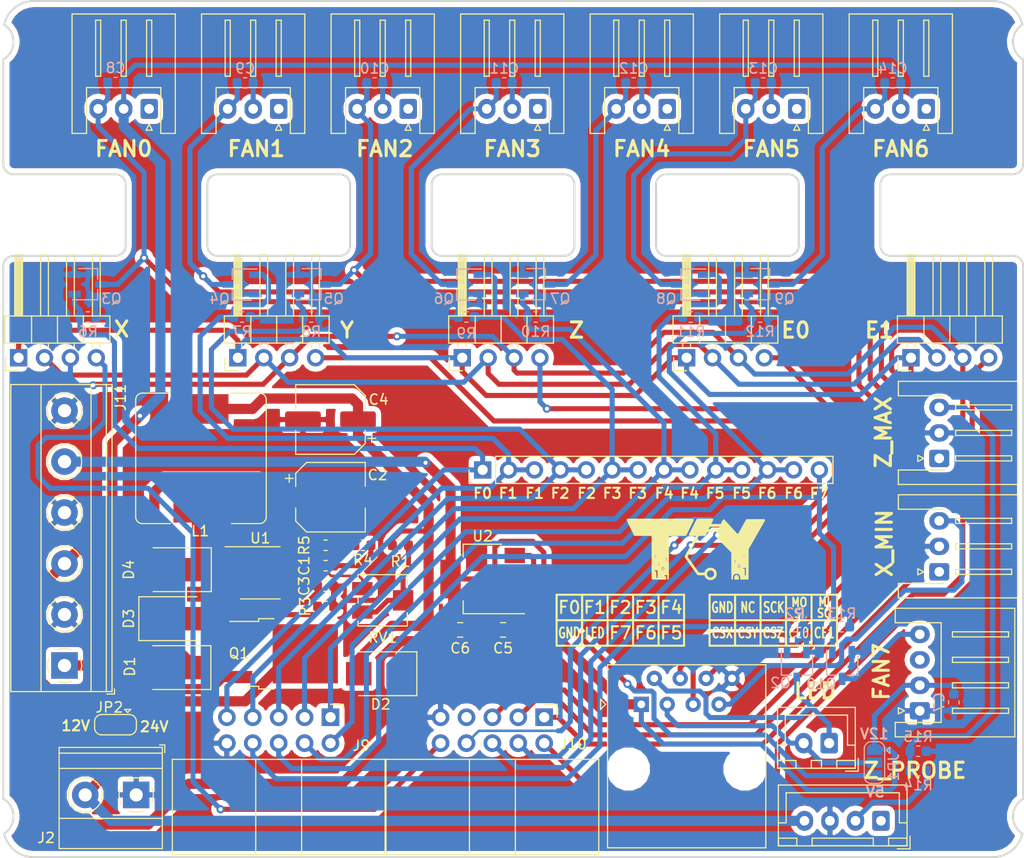
<source format=kicad_pcb>
(kicad_pcb (version 20171130) (host pcbnew 5.0.2-bee76a0~70~ubuntu18.04.1)
  (layers (0 F.Cu signal) (31 B.Cu signal) (34 B.Paste user) (35 F.Paste user) (36 B.SilkS user) (37 F.SilkS user) (38 B.Mask user) (39 F.Mask user) (44 Edge.Cuts user))
  (net 0 "")
  (net 1 "Net-(C1-Pad2)")
  (net 2 "Net-(C1-Pad1)")
  (net 3 GND)
  (net 4 "Net-(C2-Pad1)")
  (net 5 "Net-(C4-Pad1)")
  (net 6 +12V)
  (net 7 +5V)
  (net 8 FAN0_PWR)
  (net 9 FAN1_PWR)
  (net 10 FAN2_PWR)
  (net 11 "Net-(C11-Pad2)")
  (net 12 "Net-(C12-Pad2)")
  (net 13 "Net-(C13-Pad2)")
  (net 14 "Net-(C14-Pad2)")
  (net 15 +24V)
  (net 16 "Net-(D3-Pad2)")
  (net 17 "Net-(D4-Pad1)")
  (net 18 LED_PWR)
  (net 19 LED_VCC)
  (net 20 X-endstop)
  (net 21 MOSI)
  (net 22 SCK)
  (net 23 MISO)
  (net 24 CS_X)
  (net 25 CS_Y)
  (net 26 CS_Z)
  (net 27 CS_E0)
  (net 28 CS_E1)
  (net 29 LED_IN)
  (net 30 FAN7)
  (net 31 FAN6)
  (net 32 FAN5)
  (net 33 FAN4)
  (net 34 FAN3)
  (net 35 FAN2)
  (net 36 FAN1)
  (net 37 FAN0)
  (net 38 "Net-(J10-Pad7)")
  (net 39 "Net-(J12-Pad2)")
  (net 40 "Net-(J12-Pad1)")
  (net 41 "Net-(J14-Pad1)")
  (net 42 "Net-(J15-Pad3)")
  (net 43 "Net-(J15-Pad1)")
  (net 44 "Net-(JP2-Pad1)")
  (net 45 "Net-(M1-Pad1)")
  (net 46 "Net-(M2-Pad1)")
  (net 47 "Net-(M3-Pad1)")
  (net 48 "Net-(M4-Pad1)")
  (net 49 "Net-(M5-Pad1)")
  (net 50 "Net-(M6-Pad1)")
  (net 51 "Net-(M7-Pad1)")
  (net 52 "Net-(M8-Pad3)")
  (net 53 "Net-(M8-Pad4)")
  (net 54 "Net-(R1-Pad2)")
  (net 55 "Net-(R5-Pad1)")
  (net 56 "Net-(U1-Pad2)")
  (net 57 "Net-(U1-Pad6)")
  (net 58 V_IN)
  (module Connector_JST:JST_XH_B02B-XH-A_1x02_P2.50mm_Vertical (layer F.Cu) (at 180.975 130.81 180)
    (fp_text reference J1 hide)
    (fp_text value LED)
    (pad 1 thru_hole roundrect (at 0 0 180) (size 1.7 2) (drill 1) (layers *.Cu *.Mask) (roundrect_rratio 0.147059) (net 18 LED_PWR))
    (pad 2 thru_hole oval (at 2.5 0 180) (size 1.7 2) (drill 1) (layers *.Cu *.Mask) (net 19 LED_VCC))
  )
  (module Connector_JST:JST_XH_B04B-XH-A_1x04_P2.50mm_Vertical (layer F.Cu) (at 186.055 138.43 180)
    (fp_text reference J12 hide)
    (fp_text value Z_Probe)
    (pad 1 thru_hole roundrect (at 0 0 180) (size 1.7 1.95) (drill 0.95) (layers *.Cu *.Mask) (roundrect_rratio 0.147059) (net 40 "Net-(J12-Pad1)"))
    (pad 2 thru_hole oval (at 2.5 0 180) (size 1.7 1.95) (drill 0.95) (layers *.Cu *.Mask) (net 39 "Net-(J12-Pad2)"))
    (pad 3 thru_hole oval (at 5 0 180) (size 1.7 1.95) (drill 0.95) (layers *.Cu *.Mask) (net 3 GND))
    (pad 4 thru_hole oval (at 7.5 0 180) (size 1.7 1.95) (drill 0.95) (layers *.Cu *.Mask) (net 58 V_IN))
  )
  (module Capacitor_SMD:C_0603_1608Metric (layer F.Cu) (at 131.6 113.4)
    (fp_text reference C1 (at -2.1 0 90) (layer F.SilkS))
    (fp_text value 22nF)
    (pad 2 smd roundrect (at 0.7875 0) (size 0.875 0.95) (layers F.Cu F.Paste F.Mask) (net 1 "Net-(C1-Pad2)"))
    (pad 1 smd roundrect (at -0.7875 0) (size 0.875 0.95) (layers F.Cu F.Paste F.Mask) (net 2 "Net-(C1-Pad1)"))
  )
  (module Capacitor_SMD:CP_Elec_6.3x7.7 (layer F.Cu) (at 132.08 106.68)
    (fp_text reference C2 (at 4.62 -2.18) (layer F.SilkS))
    (fp_text value "100uF 35V")
    (pad 2 smd roundrect (at 2.7 0) (size 3.5 1.6) (layers F.Cu F.Paste F.Mask) (roundrect_rratio 0.15625) (net 3 GND))
    (pad 1 smd roundrect (at -2.7 0) (size 3.5 1.6) (layers F.Cu F.Paste F.Mask) (roundrect_rratio 0.15625) (net 4 "Net-(C2-Pad1)"))
  )
  (module Capacitor_SMD:C_0603_1608Metric (layer F.Cu) (at 131.6 115.4)
    (fp_text reference C3 (at -2.1 0 90) (layer F.SilkS))
    (fp_text value 220nF)
    (pad 1 smd roundrect (at -0.7875 0) (size 0.875 0.95) (layers F.Cu F.Paste F.Mask) (net 2 "Net-(C1-Pad1)"))
    (pad 2 smd roundrect (at 0.7875 0) (size 0.875 0.95) (layers F.Cu F.Paste F.Mask) (net 3 GND))
  )
  (module Capacitor_SMD:CP_Elec_6.3x7.7 (layer F.Cu) (at 132.08 99.06 180)
    (fp_text reference C4 (at -4.72 1.96 180) (layer F.SilkS))
    (fp_text value "300uF 6.3V")
    (pad 1 smd roundrect (at -2.7 0 180) (size 3.5 1.6) (layers F.Cu F.Paste F.Mask) (roundrect_rratio 0.15625) (net 5 "Net-(C4-Pad1)"))
    (pad 2 smd roundrect (at 2.7 0 180) (size 3.5 1.6) (layers F.Cu F.Paste F.Mask) (roundrect_rratio 0.15625) (net 3 GND))
  )
  (module Capacitor_SMD:C_0805_2012Metric (layer F.Cu) (at 149 119.7 180)
    (fp_text reference C5 (at 0 -1.8 180) (layer F.SilkS))
    (fp_text value "4.7uF (X7R)")
    (pad 2 smd roundrect (at 0.9375 0 180) (size 0.975 1.4) (layers F.Cu F.Paste F.Mask) (net 3 GND))
    (pad 1 smd roundrect (at -0.9375 0 180) (size 0.975 1.4) (layers F.Cu F.Paste F.Mask) (net 6 +12V))
  )
  (module Capacitor_SMD:C_0805_2012Metric (layer F.Cu) (at 144.8 119.7)
    (fp_text reference C6 (at 0 1.8) (layer F.SilkS))
    (fp_text value "4.7uF (X7R)")
    (pad 1 smd roundrect (at -0.9375 0) (size 0.975 1.4) (layers F.Cu F.Paste F.Mask) (net 7 +5V))
    (pad 2 smd roundrect (at 0.9375 0) (size 0.975 1.4) (layers F.Cu F.Paste F.Mask) (net 3 GND))
  )
  (module Capacitor_SMD:C_0603_1608Metric (layer B.Cu) (at 193.2 126.8 270)
    (fp_text reference C7 (at 0 1.43 270) (layer B.SilkS) (effects (justify mirror)))
    (fp_text value 100n)
    (pad 2 smd roundrect (at 0.7875 0 270) (size 0.875 0.95) (layers B.Cu B.Paste B.Mask) (net 3 GND))
    (pad 1 smd roundrect (at -0.7875 0 270) (size 0.875 0.95) (layers B.Cu B.Paste B.Mask) (net 6 +12V))
  )
  (module Capacitor_SMD:C_0603_1608Metric (layer B.Cu) (at 111.0125 66 180)
    (fp_text reference C8 (at 0 1.43 180) (layer B.SilkS) (effects (justify mirror)))
    (fp_text value 100n)
    (pad 1 smd roundrect (at -0.7875 0 180) (size 0.875 0.95) (layers B.Cu B.Paste B.Mask) (net 6 +12V))
    (pad 2 smd roundrect (at 0.7875 0 180) (size 0.875 0.95) (layers B.Cu B.Paste B.Mask) (net 8 FAN0_PWR))
  )
  (module Capacitor_SMD:C_0603_1608Metric (layer B.Cu) (at 123.7125 66.04 180)
    (fp_text reference C9 (at 0 1.43 180) (layer B.SilkS) (effects (justify mirror)))
    (fp_text value 100n)
    (pad 2 smd roundrect (at 0.7875 0 180) (size 0.875 0.95) (layers B.Cu B.Paste B.Mask) (net 9 FAN1_PWR))
    (pad 1 smd roundrect (at -0.7875 0 180) (size 0.875 0.95) (layers B.Cu B.Paste B.Mask) (net 6 +12V))
  )
  (module Capacitor_SMD:C_0603_1608Metric (layer B.Cu) (at 136.4125 66.04 180)
    (fp_text reference C10 (at 0 1.43 180) (layer B.SilkS) (effects (justify mirror)))
    (fp_text value 100n)
    (pad 2 smd roundrect (at 0.7875 0 180) (size 0.875 0.95) (layers B.Cu B.Paste B.Mask) (net 10 FAN2_PWR))
    (pad 1 smd roundrect (at -0.7875 0 180) (size 0.875 0.95) (layers B.Cu B.Paste B.Mask) (net 6 +12V))
  )
  (module Capacitor_SMD:C_0603_1608Metric (layer B.Cu) (at 149.1125 66.04 180)
    (fp_text reference C11 (at 0 1.43 180) (layer B.SilkS) (effects (justify mirror)))
    (fp_text value 100n)
    (pad 1 smd roundrect (at -0.7875 0 180) (size 0.875 0.95) (layers B.Cu B.Paste B.Mask) (net 6 +12V))
    (pad 2 smd roundrect (at 0.7875 0 180) (size 0.875 0.95) (layers B.Cu B.Paste B.Mask) (net 11 "Net-(C11-Pad2)"))
  )
  (module Capacitor_SMD:C_0603_1608Metric (layer B.Cu) (at 161.8125 66.04 180)
    (fp_text reference C12 (at 0 1.43 180) (layer B.SilkS) (effects (justify mirror)))
    (fp_text value 100n)
    (pad 1 smd roundrect (at -0.7875 0 180) (size 0.875 0.95) (layers B.Cu B.Paste B.Mask) (net 6 +12V))
    (pad 2 smd roundrect (at 0.7875 0 180) (size 0.875 0.95) (layers B.Cu B.Paste B.Mask) (net 12 "Net-(C12-Pad2)"))
  )
  (module Capacitor_SMD:C_0603_1608Metric (layer B.Cu) (at 174.5125 66.04 180)
    (fp_text reference C13 (at 0 1.43 180) (layer B.SilkS) (effects (justify mirror)))
    (fp_text value 100n)
    (pad 2 smd roundrect (at 0.7875 0 180) (size 0.875 0.95) (layers B.Cu B.Paste B.Mask) (net 13 "Net-(C13-Pad2)"))
    (pad 1 smd roundrect (at -0.7875 0 180) (size 0.875 0.95) (layers B.Cu B.Paste B.Mask) (net 6 +12V))
  )
  (module Capacitor_SMD:C_0603_1608Metric (layer B.Cu) (at 187.2125 66.04 180)
    (fp_text reference C14 (at 0 1.43 180) (layer B.SilkS) (effects (justify mirror)))
    (fp_text value 100n)
    (pad 1 smd roundrect (at -0.7875 0 180) (size 0.875 0.95) (layers B.Cu B.Paste B.Mask) (net 6 +12V))
    (pad 2 smd roundrect (at 0.7875 0 180) (size 0.875 0.95) (layers B.Cu B.Paste B.Mask) (net 14 "Net-(C14-Pad2)"))
  )
  (module Diode_SMD:D_SMB (layer F.Cu) (at 116.8 123.4 180)
    (fp_text reference D1 (at 4.4 0.1 270) (layer F.SilkS))
    (fp_text value PMEG3030EP)
    (pad 1 smd rect (at -2.15 0 180) (size 2.5 2.3) (layers F.Cu F.Paste F.Mask) (net 4 "Net-(C2-Pad1)"))
    (pad 2 smd rect (at 2.15 0 180) (size 2.5 2.3) (layers F.Cu F.Paste F.Mask) (net 15 +24V))
  )
  (module Diode_SMD:D_SMB (layer F.Cu) (at 137 124 180)
    (fp_text reference D2 (at 0 -3 180) (layer F.SilkS))
    (fp_text value PMEG3030EP)
    (pad 2 smd rect (at 2.15 0 180) (size 2.5 2.3) (layers F.Cu F.Paste F.Mask) (net 5 "Net-(C4-Pad1)"))
    (pad 1 smd rect (at -2.15 0 180) (size 2.5 2.3) (layers F.Cu F.Paste F.Mask) (net 6 +12V))
  )
  (module Diode_SMD:D_SMB (layer F.Cu) (at 116.84 118.6)
    (fp_text reference D3 (at -4.54 0 90) (layer F.SilkS))
    (fp_text value 1SMB5925BT3G)
    (pad 2 smd rect (at 2.15 0) (size 2.5 2.3) (layers F.Cu F.Paste F.Mask) (net 16 "Net-(D3-Pad2)"))
    (pad 1 smd rect (at -2.15 0) (size 2.5 2.3) (layers F.Cu F.Paste F.Mask) (net 15 +24V))
  )
  (module Diode_SMD:D_SMB (layer F.Cu) (at 116.84 113.792 180)
    (fp_text reference D4 (at 4.54 -0.008 270) (layer F.SilkS))
    (fp_text value PMEG3030EP)
    (pad 1 smd rect (at -2.15 0 180) (size 2.5 2.3) (layers F.Cu F.Paste F.Mask) (net 17 "Net-(D4-Pad1)"))
    (pad 2 smd rect (at 2.15 0 180) (size 2.5 2.3) (layers F.Cu F.Paste F.Mask) (net 3 GND))
  )
  (module TerminalBlock_Phoenix:TerminalBlock_Phoenix_MKDS-1,5-2_1x02_P5.00mm_Horizontal (layer F.Cu) (at 113.03 135.89 180)
    (fp_text reference J2 (at 8.83 -4.21 180) (layer F.SilkS))
    (fp_text value V_IN)
    (pad 1 thru_hole rect (at 0 0 180) (size 2.6 2.6) (drill 1.3) (layers *.Cu *.Mask) (net 3 GND))
    (pad 2 thru_hole circle (at 5 0 180) (size 2.6 2.6) (drill 1.3) (layers *.Cu *.Mask) (net 58 V_IN))
  )
  (module Connector_RJ:RJ45_Amphenol_54602-x08_Horizontal (layer F.Cu) (at 162.56 127)
    (fp_text reference J3 hide)
    (fp_text value RJ45)
    (pad "" np_thru_hole circle (at 10.16 6.35) (size 3.2 3.2) (drill 3.2) (layers *.Cu *.Mask))
    (pad "" np_thru_hole circle (at -1.27 6.35) (size 3.2 3.2) (drill 3.2) (layers *.Cu *.Mask))
    (pad 1 thru_hole rect (at 0 0) (size 1.5 1.5) (drill 0.76) (layers *.Cu *.Mask) (net 6 +12V))
    (pad 2 thru_hole circle (at 1.27 -2.54) (size 1.5 1.5) (drill 0.76) (layers *.Cu *.Mask) (net 18 LED_PWR))
    (pad 3 thru_hole circle (at 2.54 0) (size 1.5 1.5) (drill 0.76) (layers *.Cu *.Mask) (net 19 LED_VCC))
    (pad 4 thru_hole circle (at 3.81 -2.54) (size 1.5 1.5) (drill 0.76) (layers *.Cu *.Mask) (net 8 FAN0_PWR))
    (pad 5 thru_hole circle (at 5.08 0) (size 1.5 1.5) (drill 0.76) (layers *.Cu *.Mask) (net 9 FAN1_PWR))
    (pad 6 thru_hole circle (at 6.35 -2.54) (size 1.5 1.5) (drill 0.76) (layers *.Cu *.Mask) (net 10 FAN2_PWR))
    (pad 7 thru_hole circle (at 7.62 0) (size 1.5 1.5) (drill 0.76) (layers *.Cu *.Mask) (net 20 X-endstop))
    (pad 8 thru_hole circle (at 8.89 -2.54) (size 1.5 1.5) (drill 0.76) (layers *.Cu *.Mask) (net 3 GND))
  )
  (module Connector_PinHeader_2.54mm:PinHeader_1x04_P2.54mm_Horizontal (layer F.Cu) (at 101.5 93 90)
    (fp_text reference J4 hide)
    (fp_text value X)
    (pad 1 thru_hole rect (at 0 0 90) (size 1.7 1.7) (drill 1) (layers *.Cu *.Mask) (net 21 MOSI))
    (pad 2 thru_hole oval (at 0 2.54 90) (size 1.7 1.7) (drill 1) (layers *.Cu *.Mask) (net 22 SCK))
    (pad 3 thru_hole oval (at 0 5.08 90) (size 1.7 1.7) (drill 1) (layers *.Cu *.Mask) (net 23 MISO))
    (pad 4 thru_hole oval (at 0 7.62 90) (size 1.7 1.7) (drill 1) (layers *.Cu *.Mask) (net 24 CS_X))
  )
  (module Connector_PinHeader_2.54mm:PinHeader_1x04_P2.54mm_Horizontal (layer F.Cu) (at 123 93 90)
    (fp_text reference J5 hide)
    (fp_text value Y)
    (pad 4 thru_hole oval (at 0 7.62 90) (size 1.7 1.7) (drill 1) (layers *.Cu *.Mask) (net 25 CS_Y))
    (pad 3 thru_hole oval (at 0 5.08 90) (size 1.7 1.7) (drill 1) (layers *.Cu *.Mask) (net 23 MISO))
    (pad 2 thru_hole oval (at 0 2.54 90) (size 1.7 1.7) (drill 1) (layers *.Cu *.Mask) (net 22 SCK))
    (pad 1 thru_hole rect (at 0 0 90) (size 1.7 1.7) (drill 1) (layers *.Cu *.Mask) (net 21 MOSI))
  )
  (module Connector_PinHeader_2.54mm:PinHeader_1x04_P2.54mm_Horizontal (layer F.Cu) (at 145 93 90)
    (fp_text reference J6 hide)
    (fp_text value Z)
    (pad 1 thru_hole rect (at 0 0 90) (size 1.7 1.7) (drill 1) (layers *.Cu *.Mask) (net 21 MOSI))
    (pad 2 thru_hole oval (at 0 2.54 90) (size 1.7 1.7) (drill 1) (layers *.Cu *.Mask) (net 22 SCK))
    (pad 3 thru_hole oval (at 0 5.08 90) (size 1.7 1.7) (drill 1) (layers *.Cu *.Mask) (net 23 MISO))
    (pad 4 thru_hole oval (at 0 7.62 90) (size 1.7 1.7) (drill 1) (layers *.Cu *.Mask) (net 26 CS_Z))
  )
  (module Connector_PinHeader_2.54mm:PinHeader_1x04_P2.54mm_Horizontal (layer F.Cu) (at 167 93 90)
    (fp_text reference J7 hide)
    (fp_text value E0)
    (pad 4 thru_hole oval (at 0 7.62 90) (size 1.7 1.7) (drill 1) (layers *.Cu *.Mask) (net 27 CS_E0))
    (pad 3 thru_hole oval (at 0 5.08 90) (size 1.7 1.7) (drill 1) (layers *.Cu *.Mask) (net 23 MISO))
    (pad 2 thru_hole oval (at 0 2.54 90) (size 1.7 1.7) (drill 1) (layers *.Cu *.Mask) (net 22 SCK))
    (pad 1 thru_hole rect (at 0 0 90) (size 1.7 1.7) (drill 1) (layers *.Cu *.Mask) (net 21 MOSI))
  )
  (module Connector_PinHeader_2.54mm:PinHeader_1x04_P2.54mm_Horizontal (layer F.Cu) (at 189 93 90)
    (fp_text reference J8 hide)
    (fp_text value E1)
    (pad 1 thru_hole rect (at 0 0 90) (size 1.7 1.7) (drill 1) (layers *.Cu *.Mask) (net 21 MOSI))
    (pad 2 thru_hole oval (at 0 2.54 90) (size 1.7 1.7) (drill 1) (layers *.Cu *.Mask) (net 22 SCK))
    (pad 3 thru_hole oval (at 0 5.08 90) (size 1.7 1.7) (drill 1) (layers *.Cu *.Mask) (net 23 MISO))
    (pad 4 thru_hole oval (at 0 7.62 90) (size 1.7 1.7) (drill 1) (layers *.Cu *.Mask) (net 28 CS_E1))
  )
  (module Connector_IDC:IDC-Header_2x05_P2.54mm_Horizontal (layer F.Cu) (at 132.08 128.27 270)
    (fp_text reference J9 (at 2.78 -3.02) (layer F.SilkS))
    (fp_text value FAN&LED_INPUT)
    (pad 10 thru_hole oval (at 2.54 10.16 270) (size 1.7272 1.7272) (drill 1.016) (layers *.Cu *.Mask) (net 3 GND))
    (pad 9 thru_hole oval (at 0 10.16 270) (size 1.7272 1.7272) (drill 1.016) (layers *.Cu *.Mask) (net 37 FAN0))
    (pad 8 thru_hole oval (at 2.54 7.62 270) (size 1.7272 1.7272) (drill 1.016) (layers *.Cu *.Mask) (net 29 LED_IN))
    (pad 7 thru_hole oval (at 0 7.62 270) (size 1.7272 1.7272) (drill 1.016) (layers *.Cu *.Mask) (net 36 FAN1))
    (pad 6 thru_hole oval (at 2.54 5.08 270) (size 1.7272 1.7272) (drill 1.016) (layers *.Cu *.Mask) (net 30 FAN7))
    (pad 5 thru_hole oval (at 0 5.08 270) (size 1.7272 1.7272) (drill 1.016) (layers *.Cu *.Mask) (net 35 FAN2))
    (pad 4 thru_hole oval (at 2.54 2.54 270) (size 1.7272 1.7272) (drill 1.016) (layers *.Cu *.Mask) (net 31 FAN6))
    (pad 3 thru_hole oval (at 0 2.54 270) (size 1.7272 1.7272) (drill 1.016) (layers *.Cu *.Mask) (net 34 FAN3))
    (pad 2 thru_hole oval (at 2.54 0 270) (size 1.7272 1.7272) (drill 1.016) (layers *.Cu *.Mask) (net 32 FAN5))
    (pad 1 thru_hole rect (at 0 0 270) (size 1.7272 1.7272) (drill 1.016) (layers *.Cu *.Mask) (net 33 FAN4))
  )
  (module Connector_IDC:IDC-Header_2x05_P2.54mm_Horizontal (layer F.Cu) (at 153.035 128.27 270)
    (fp_text reference J10 (at 2.64 -2.845) (layer F.SilkS))
    (fp_text value TMC_INPUT)
    (pad 1 thru_hole rect (at 0 0 270) (size 1.7272 1.7272) (drill 1.016) (layers *.Cu *.Mask) (net 23 MISO))
    (pad 2 thru_hole oval (at 2.54 0 270) (size 1.7272 1.7272) (drill 1.016) (layers *.Cu *.Mask) (net 28 CS_E1))
    (pad 3 thru_hole oval (at 0 2.54 270) (size 1.7272 1.7272) (drill 1.016) (layers *.Cu *.Mask) (net 21 MOSI))
    (pad 4 thru_hole oval (at 2.54 2.54 270) (size 1.7272 1.7272) (drill 1.016) (layers *.Cu *.Mask) (net 27 CS_E0))
    (pad 5 thru_hole oval (at 0 5.08 270) (size 1.7272 1.7272) (drill 1.016) (layers *.Cu *.Mask) (net 22 SCK))
    (pad 6 thru_hole oval (at 2.54 5.08 270) (size 1.7272 1.7272) (drill 1.016) (layers *.Cu *.Mask) (net 26 CS_Z))
    (pad 7 thru_hole oval (at 0 7.62 270) (size 1.7272 1.7272) (drill 1.016) (layers *.Cu *.Mask) (net 38 "Net-(J10-Pad7)"))
    (pad 8 thru_hole oval (at 2.54 7.62 270) (size 1.7272 1.7272) (drill 1.016) (layers *.Cu *.Mask) (net 25 CS_Y))
    (pad 9 thru_hole oval (at 0 10.16 270) (size 1.7272 1.7272) (drill 1.016) (layers *.Cu *.Mask) (net 3 GND))
    (pad 10 thru_hole oval (at 2.54 10.16 270) (size 1.7272 1.7272) (drill 1.016) (layers *.Cu *.Mask) (net 24 CS_X))
  )
  (module TerminalBlock_Phoenix:TerminalBlock_Phoenix_MKDS-1,5-6_1x06_P5.00mm_Horizontal (layer F.Cu) (at 106 123.19 90)
    (fp_text reference J11 (at 26.29 5.5 90) (layer F.SilkS))
    (fp_text value Power_out)
    (pad 1 thru_hole rect (at 0 0 90) (size 2.6 2.6) (drill 1.3) (layers *.Cu *.Mask) (net 15 +24V))
    (pad 2 thru_hole circle (at 5 0 90) (size 2.6 2.6) (drill 1.3) (layers *.Cu *.Mask) (net 3 GND))
    (pad 3 thru_hole circle (at 10 0 90) (size 2.6 2.6) (drill 1.3) (layers *.Cu *.Mask) (net 6 +12V))
    (pad 4 thru_hole circle (at 15 0 90) (size 2.6 2.6) (drill 1.3) (layers *.Cu *.Mask) (net 3 GND))
    (pad 5 thru_hole circle (at 20 0 90) (size 2.6 2.6) (drill 1.3) (layers *.Cu *.Mask) (net 7 +5V))
    (pad 6 thru_hole circle (at 25 0 90) (size 2.6 2.6) (drill 1.3) (layers *.Cu *.Mask) (net 3 GND))
  )
  (module Connector_PinHeader_2.54mm:PinHeader_1x14_P2.54mm_Vertical (layer F.Cu) (at 147 104 90)
    (fp_text reference J13 hide)
    (fp_text value Fan_interconnection_header)
    (pad 14 thru_hole oval (at 0 33.02 90) (size 1.7 1.7) (drill 1) (layers *.Cu *.Mask) (net 30 FAN7))
    (pad 13 thru_hole oval (at 0 30.48 90) (size 1.7 1.7) (drill 1) (layers *.Cu *.Mask) (net 31 FAN6))
    (pad 12 thru_hole oval (at 0 27.94 90) (size 1.7 1.7) (drill 1) (layers *.Cu *.Mask) (net 31 FAN6))
    (pad 11 thru_hole oval (at 0 25.4 90) (size 1.7 1.7) (drill 1) (layers *.Cu *.Mask) (net 32 FAN5))
    (pad 10 thru_hole oval (at 0 22.86 90) (size 1.7 1.7) (drill 1) (layers *.Cu *.Mask) (net 32 FAN5))
    (pad 9 thru_hole oval (at 0 20.32 90) (size 1.7 1.7) (drill 1) (layers *.Cu *.Mask) (net 33 FAN4))
    (pad 8 thru_hole oval (at 0 17.78 90) (size 1.7 1.7) (drill 1) (layers *.Cu *.Mask) (net 33 FAN4))
    (pad 7 thru_hole oval (at 0 15.24 90) (size 1.7 1.7) (drill 1) (layers *.Cu *.Mask) (net 34 FAN3))
    (pad 6 thru_hole oval (at 0 12.7 90) (size 1.7 1.7) (drill 1) (layers *.Cu *.Mask) (net 34 FAN3))
    (pad 5 thru_hole oval (at 0 10.16 90) (size 1.7 1.7) (drill 1) (layers *.Cu *.Mask) (net 35 FAN2))
    (pad 4 thru_hole oval (at 0 7.62 90) (size 1.7 1.7) (drill 1) (layers *.Cu *.Mask) (net 35 FAN2))
    (pad 3 thru_hole oval (at 0 5.08 90) (size 1.7 1.7) (drill 1) (layers *.Cu *.Mask) (net 36 FAN1))
    (pad 2 thru_hole oval (at 0 2.54 90) (size 1.7 1.7) (drill 1) (layers *.Cu *.Mask) (net 36 FAN1))
    (pad 1 thru_hole rect (at 0 0 90) (size 1.7 1.7) (drill 1) (layers *.Cu *.Mask) (net 37 FAN0))
  )
  (module Connector_JST:JST_XH_S03B-XH-A-1_1x03_P2.50mm_Horizontal (layer F.Cu) (at 191.77 114 90)
    (fp_text reference J14 hide)
    (fp_text value X_MIN)
    (pad 1 thru_hole roundrect (at 0 0 90) (size 1.7 1.95) (drill 0.95) (layers *.Cu *.Mask) (roundrect_rratio 0.147059) (net 41 "Net-(J14-Pad1)"))
    (pad 2 thru_hole oval (at 2.5 0 90) (size 1.7 1.95) (drill 0.95) (layers *.Cu *.Mask) (net 3 GND))
    (pad 3 thru_hole oval (at 5 0 90) (size 1.7 1.95) (drill 0.95) (layers *.Cu *.Mask) (net 20 X-endstop))
  )
  (module Connector_JST:JST_XH_S03B-XH-A-1_1x03_P2.50mm_Horizontal (layer F.Cu) (at 191.77 102.87 90)
    (fp_text reference J15 hide)
    (fp_text value Z_MAX)
    (pad 3 thru_hole oval (at 5 0 90) (size 1.7 1.95) (drill 0.95) (layers *.Cu *.Mask) (net 42 "Net-(J15-Pad3)"))
    (pad 2 thru_hole oval (at 2.5 0 90) (size 1.7 1.95) (drill 0.95) (layers *.Cu *.Mask) (net 3 GND))
    (pad 1 thru_hole roundrect (at 0 0 90) (size 1.7 1.95) (drill 0.95) (layers *.Cu *.Mask) (roundrect_rratio 0.147059) (net 43 "Net-(J15-Pad1)"))
  )
  (module Jumper:SolderJumper-3_P1.3mm_Open_RoundedPad1.0x1.5mm (layer B.Cu) (at 185.42 132.715 270)
    (fp_text reference JP1 (at 0.485 -1.88 270) (layer B.SilkS) (effects (justify mirror)))
    (fp_text value LED_VCC_select)
    (pad 1 smd custom (at -1.3 0 270) (size 1 0.5) (layers B.Cu B.Mask) (net 6 +12V) (options (clearance outline) (anchor rect)) (primitives (gr_circle (center 0 -0.25) (end 0.5 -0.25) (width 0)) (gr_circle (center 0 0.25) (end 0.5 0.25) (width 0)) (gr_poly (pts (xy 0.55 0.75) (xy 0 0.75) (xy 0 -0.75) (xy 0.55 -0.75)) (width 0))))
    (pad 3 smd custom (at 1.3 0 270) (size 1 0.5) (layers B.Cu B.Mask) (net 7 +5V) (options (clearance outline) (anchor rect)) (primitives (gr_circle (center 0 -0.25) (end 0.5 -0.25) (width 0)) (gr_circle (center 0 0.25) (end 0.5 0.25) (width 0)) (gr_poly (pts (xy -0.55 0.75) (xy 0 0.75) (xy 0 -0.75) (xy -0.55 -0.75)) (width 0))))
    (pad 2 smd rect (at 0 0 270) (size 1 1.5) (layers B.Cu B.Mask) (net 19 LED_VCC))
  )
  (module Jumper:SolderJumper-3_P1.3mm_Open_RoundedPad1.0x1.5mm (layer F.Cu) (at 111 129 180)
    (fp_text reference JP2 (at 0.6 1.7 180) (layer F.SilkS))
    (fp_text value VIN_select)
    (pad 2 smd rect (at 0 0 180) (size 1 1.5) (layers F.Cu F.Mask) (net 58 V_IN))
    (pad 3 smd custom (at 1.3 0 180) (size 1 0.5) (layers F.Cu F.Mask) (net 6 +12V) (options (clearance outline) (anchor rect)) (primitives (gr_circle (center 0 0.25) (end 0.5 0.25) (width 0)) (gr_circle (center 0 -0.25) (end 0.5 -0.25) (width 0)) (gr_poly (pts (xy -0.55 -0.75) (xy 0 -0.75) (xy 0 0.75) (xy -0.55 0.75)) (width 0))))
    (pad 1 smd custom (at -1.3 0 180) (size 1 0.5) (layers F.Cu F.Mask) (net 44 "Net-(JP2-Pad1)") (options (clearance outline) (anchor rect)) (primitives (gr_circle (center 0 0.25) (end 0.5 0.25) (width 0)) (gr_circle (center 0 -0.25) (end 0.5 -0.25) (width 0)) (gr_poly (pts (xy 0.55 -0.75) (xy 0 -0.75) (xy 0 0.75) (xy 0.55 0.75)) (width 0))))
  )
  (module Inductor_SMD:L_Bourns_SRR1260 (layer F.Cu) (at 119.38 102.87 90)
    (fp_text reference L1 (at -7.13 -0.08 180) (layer F.SilkS))
    (fp_text value 15uH)
    (pad 2 smd rect (at 4.85 0 90) (size 2.9 5.4) (layers F.Cu F.Paste F.Mask) (net 5 "Net-(C4-Pad1)"))
    (pad 1 smd rect (at -4.85 0 90) (size 2.9 5.4) (layers F.Cu F.Paste F.Mask) (net 17 "Net-(D4-Pad1)"))
  )
  (module Package_TO_SOT_SMD:TO-252-2 (layer F.Cu) (at 127.508 122.047)
    (fp_text reference Q1 (at -4.408 -0.047) (layer F.SilkS))
    (fp_text value AOD4189)
    (pad 1 smd rect (at -4.2 -2.28) (size 2.2 1.2) (layers F.Cu F.Paste F.Mask) (net 16 "Net-(D3-Pad2)"))
    (pad 3 smd rect (at -4.2 2.28) (size 2.2 1.2) (layers F.Cu F.Paste F.Mask) (net 15 +24V))
    (pad 2 smd rect (at 2.1 0) (size 6.4 5.8) (layers F.Cu F.Mask) (net 44 "Net-(JP2-Pad1)"))
  )
  (module Package_TO_SOT_SMD:TSOT-23 (layer B.Cu) (at 177.8 123.19 270)
    (fp_text reference Q2 (at 1.71 1.6) (layer B.SilkS) (effects (justify mirror)))
    (fp_text value IRLML2502)
    (pad 3 smd rect (at 1.31 0 270) (size 1.22 0.65) (layers B.Cu B.Paste B.Mask) (net 18 LED_PWR))
    (pad 2 smd rect (at -1.31 -0.95 270) (size 1.22 0.65) (layers B.Cu B.Paste B.Mask) (net 3 GND))
    (pad 1 smd rect (at -1.31 0.95 270) (size 1.22 0.65) (layers B.Cu B.Paste B.Mask) (net 29 LED_IN))
  )
  (module Package_TO_SOT_SMD:TSOT-23 (layer B.Cu) (at 108.3 85.8)
    (fp_text reference Q3 (at 2.3 1.4) (layer B.SilkS) (effects (justify mirror)))
    (fp_text value IRLML2502)
    (pad 3 smd rect (at 1.31 0) (size 1.22 0.65) (layers B.Cu B.Paste B.Mask) (net 8 FAN0_PWR))
    (pad 2 smd rect (at -1.31 -0.95) (size 1.22 0.65) (layers B.Cu B.Paste B.Mask) (net 3 GND))
    (pad 1 smd rect (at -1.31 0.95) (size 1.22 0.65) (layers B.Cu B.Paste B.Mask) (net 37 FAN0))
  )
  (module Package_TO_SOT_SMD:TSOT-23 (layer B.Cu) (at 123.4 85.8 180)
    (fp_text reference Q4 (at 2.2 -1.4 180) (layer B.SilkS) (effects (justify mirror)))
    (fp_text value IRLML2502)
    (pad 1 smd rect (at -1.31 0.95 180) (size 1.22 0.65) (layers B.Cu B.Paste B.Mask) (net 36 FAN1))
    (pad 2 smd rect (at -1.31 -0.95 180) (size 1.22 0.65) (layers B.Cu B.Paste B.Mask) (net 3 GND))
    (pad 3 smd rect (at 1.31 0 180) (size 1.22 0.65) (layers B.Cu B.Paste B.Mask) (net 9 FAN1_PWR))
  )
  (module Package_TO_SOT_SMD:TSOT-23 (layer B.Cu) (at 130.2 85.8)
    (fp_text reference Q5 (at 2.2 1.4) (layer B.SilkS) (effects (justify mirror)))
    (fp_text value IRLML2502)
    (pad 3 smd rect (at 1.31 0) (size 1.22 0.65) (layers B.Cu B.Paste B.Mask) (net 10 FAN2_PWR))
    (pad 2 smd rect (at -1.31 -0.95) (size 1.22 0.65) (layers B.Cu B.Paste B.Mask) (net 3 GND))
    (pad 1 smd rect (at -1.31 0.95) (size 1.22 0.65) (layers B.Cu B.Paste B.Mask) (net 35 FAN2))
  )
  (module Package_TO_SOT_SMD:TSOT-23 (layer B.Cu) (at 145.4 85.8 180)
    (fp_text reference Q6 (at 2.2 -1.4 180) (layer B.SilkS) (effects (justify mirror)))
    (fp_text value IRLML2502)
    (pad 1 smd rect (at -1.31 0.95 180) (size 1.22 0.65) (layers B.Cu B.Paste B.Mask) (net 34 FAN3))
    (pad 2 smd rect (at -1.31 -0.95 180) (size 1.22 0.65) (layers B.Cu B.Paste B.Mask) (net 3 GND))
    (pad 3 smd rect (at 1.31 0 180) (size 1.22 0.65) (layers B.Cu B.Paste B.Mask) (net 11 "Net-(C11-Pad2)"))
  )
  (module Package_TO_SOT_SMD:TSOT-23 (layer B.Cu) (at 152.2 85.8)
    (fp_text reference Q7 (at 2.4 1.4) (layer B.SilkS) (effects (justify mirror)))
    (fp_text value IRLML2502)
    (pad 1 smd rect (at -1.31 0.95) (size 1.22 0.65) (layers B.Cu B.Paste B.Mask) (net 33 FAN4))
    (pad 2 smd rect (at -1.31 -0.95) (size 1.22 0.65) (layers B.Cu B.Paste B.Mask) (net 3 GND))
    (pad 3 smd rect (at 1.31 0) (size 1.22 0.65) (layers B.Cu B.Paste B.Mask) (net 12 "Net-(C12-Pad2)"))
  )
  (module Package_TO_SOT_SMD:TSOT-23 (layer B.Cu) (at 167.4 85.8 180)
    (fp_text reference Q8 (at 2.4 -1.4 180) (layer B.SilkS) (effects (justify mirror)))
    (fp_text value IRLML2502)
    (pad 1 smd rect (at -1.31 0.95 180) (size 1.22 0.65) (layers B.Cu B.Paste B.Mask) (net 32 FAN5))
    (pad 2 smd rect (at -1.31 -0.95 180) (size 1.22 0.65) (layers B.Cu B.Paste B.Mask) (net 3 GND))
    (pad 3 smd rect (at 1.31 0 180) (size 1.22 0.65) (layers B.Cu B.Paste B.Mask) (net 13 "Net-(C13-Pad2)"))
  )
  (module Package_TO_SOT_SMD:TSOT-23 (layer B.Cu) (at 174.2 85.8)
    (fp_text reference Q9 (at 2.4 1.4) (layer B.SilkS) (effects (justify mirror)))
    (fp_text value IRLML2502)
    (pad 1 smd rect (at -1.31 0.95) (size 1.22 0.65) (layers B.Cu B.Paste B.Mask) (net 31 FAN6))
    (pad 2 smd rect (at -1.31 -0.95) (size 1.22 0.65) (layers B.Cu B.Paste B.Mask) (net 3 GND))
    (pad 3 smd rect (at 1.31 0) (size 1.22 0.65) (layers B.Cu B.Paste B.Mask) (net 14 "Net-(C14-Pad2)"))
  )
  (module Package_TO_SOT_SMD:TSOT-23 (layer B.Cu) (at 182.245 123.19 270)
    (fp_text reference Q10 (at 1.81 2.045) (layer B.SilkS) (effects (justify mirror)))
    (fp_text value IRLML2502)
    (pad 3 smd rect (at 1.31 0 270) (size 1.22 0.65) (layers B.Cu B.Paste B.Mask) (net 53 "Net-(M8-Pad4)"))
    (pad 2 smd rect (at -1.31 -0.95 270) (size 1.22 0.65) (layers B.Cu B.Paste B.Mask) (net 3 GND))
    (pad 1 smd rect (at -1.31 0.95 270) (size 1.22 0.65) (layers B.Cu B.Paste B.Mask) (net 30 FAN7))
  )
  (module Resistor_SMD:R_0603_1608Metric (layer F.Cu) (at 138.9375 111.4)
    (fp_text reference R1 (at 0 1.6) (layer F.SilkS))
    (fp_text value 82k)
    (pad 1 smd roundrect (at -0.7875 0) (size 0.875 0.95) (layers F.Cu F.Paste F.Mask) (net 5 "Net-(C4-Pad1)"))
    (pad 2 smd roundrect (at 0.7875 0) (size 0.875 0.95) (layers F.Cu F.Paste F.Mask) (net 54 "Net-(R1-Pad2)"))
  )
  (module Resistor_SMD:R_0603_1608Metric (layer B.Cu) (at 177.6 119.38)
    (fp_text reference R2 (at 0 -1.28) (layer B.SilkS) (effects (justify mirror)))
    (fp_text value 100k)
    (pad 1 smd roundrect (at -0.7875 0) (size 0.875 0.95) (layers B.Cu B.Paste B.Mask) (net 29 LED_IN))
    (pad 2 smd roundrect (at 0.7875 0) (size 0.875 0.95) (layers B.Cu B.Paste B.Mask) (net 3 GND))
  )
  (module Resistor_SMD:R_0603_1608Metric (layer F.Cu) (at 131.6 117.4)
    (fp_text reference R3 (at -2 0 90) (layer F.SilkS))
    (fp_text value 100k)
    (pad 1 smd roundrect (at -0.7875 0) (size 0.875 0.95) (layers F.Cu F.Paste F.Mask) (net 16 "Net-(D3-Pad2)"))
    (pad 2 smd roundrect (at 0.7875 0) (size 0.875 0.95) (layers F.Cu F.Paste F.Mask) (net 3 GND))
  )
  (module Resistor_SMD:R_0603_1608Metric (layer F.Cu) (at 135.2625 111.4 180)
    (fp_text reference R4 (at 0 -1.43 180) (layer F.SilkS))
    (fp_text value 4.7k)
    (pad 1 smd roundrect (at -0.7875 0 180) (size 0.875 0.95) (layers F.Cu F.Paste F.Mask) (net 1 "Net-(C1-Pad2)"))
    (pad 2 smd roundrect (at 0.7875 0 180) (size 0.875 0.95) (layers F.Cu F.Paste F.Mask) (net 3 GND))
  )
  (module Resistor_SMD:R_0603_1608Metric (layer F.Cu) (at 131.6 111.4)
    (fp_text reference R5 (at -2.1 0 90) (layer F.SilkS))
    (fp_text value 10k)
    (pad 2 smd roundrect (at 0.7875 0) (size 0.875 0.95) (layers F.Cu F.Paste F.Mask) (net 3 GND))
    (pad 1 smd roundrect (at -0.7875 0) (size 0.875 0.95) (layers F.Cu F.Paste F.Mask) (net 55 "Net-(R5-Pad1)"))
  )
  (module Resistor_SMD:R_0603_1608Metric (layer B.Cu) (at 108.3 89)
    (fp_text reference R6 (at 0 1.43) (layer B.SilkS) (effects (justify mirror)))
    (fp_text value 100k)
    (pad 2 smd roundrect (at 0.7875 0) (size 0.875 0.95) (layers B.Cu B.Paste B.Mask) (net 3 GND))
    (pad 1 smd roundrect (at -0.7875 0) (size 0.875 0.95) (layers B.Cu B.Paste B.Mask) (net 37 FAN0))
  )
  (module Resistor_SMD:R_0603_1608Metric (layer B.Cu) (at 123.4 89)
    (fp_text reference R7 (at 0 1.43) (layer B.SilkS) (effects (justify mirror)))
    (fp_text value 100k)
    (pad 1 smd roundrect (at -0.7875 0) (size 0.875 0.95) (layers B.Cu B.Paste B.Mask) (net 36 FAN1))
    (pad 2 smd roundrect (at 0.7875 0) (size 0.875 0.95) (layers B.Cu B.Paste B.Mask) (net 3 GND))
  )
  (module Resistor_SMD:R_0603_1608Metric (layer B.Cu) (at 130.2 89)
    (fp_text reference R8 (at 0 1.43) (layer B.SilkS) (effects (justify mirror)))
    (fp_text value 100k)
    (pad 2 smd roundrect (at 0.7875 0) (size 0.875 0.95) (layers B.Cu B.Paste B.Mask) (net 3 GND))
    (pad 1 smd roundrect (at -0.7875 0) (size 0.875 0.95) (layers B.Cu B.Paste B.Mask) (net 35 FAN2))
  )
  (module Resistor_SMD:R_0603_1608Metric (layer B.Cu) (at 145.4 89 180)
    (fp_text reference R9 (at 0 -1.6 180) (layer B.SilkS) (effects (justify mirror)))
    (fp_text value 100k)
    (pad 2 smd roundrect (at 0.7875 0 180) (size 0.875 0.95) (layers B.Cu B.Paste B.Mask) (net 3 GND))
    (pad 1 smd roundrect (at -0.7875 0 180) (size 0.875 0.95) (layers B.Cu B.Paste B.Mask) (net 34 FAN3))
  )
  (module Resistor_SMD:R_0603_1608Metric (layer B.Cu) (at 152.2 89)
    (fp_text reference R10 (at 0 1.43) (layer B.SilkS) (effects (justify mirror)))
    (fp_text value 100k)
    (pad 2 smd roundrect (at 0.7875 0) (size 0.875 0.95) (layers B.Cu B.Paste B.Mask) (net 3 GND))
    (pad 1 smd roundrect (at -0.7875 0) (size 0.875 0.95) (layers B.Cu B.Paste B.Mask) (net 33 FAN4))
  )
  (module Resistor_SMD:R_0603_1608Metric (layer B.Cu) (at 167.4 89)
    (fp_text reference R11 (at 0 1.43) (layer B.SilkS) (effects (justify mirror)))
    (fp_text value 100k)
    (pad 1 smd roundrect (at -0.7875 0) (size 0.875 0.95) (layers B.Cu B.Paste B.Mask) (net 32 FAN5))
    (pad 2 smd roundrect (at 0.7875 0) (size 0.875 0.95) (layers B.Cu B.Paste B.Mask) (net 3 GND))
  )
  (module Resistor_SMD:R_0603_1608Metric (layer B.Cu) (at 174.2 89)
    (fp_text reference R12 (at 0 1.43) (layer B.SilkS) (effects (justify mirror)))
    (fp_text value 100k)
    (pad 2 smd roundrect (at 0.7875 0) (size 0.875 0.95) (layers B.Cu B.Paste B.Mask) (net 3 GND))
    (pad 1 smd roundrect (at -0.7875 0) (size 0.875 0.95) (layers B.Cu B.Paste B.Mask) (net 31 FAN6))
  )
  (module Resistor_SMD:R_0603_1608Metric (layer B.Cu) (at 182.2 119.38)
    (fp_text reference R13 (at 0 -1.28) (layer B.SilkS) (effects (justify mirror)))
    (fp_text value 100k)
    (pad 1 smd roundrect (at -0.7875 0) (size 0.875 0.95) (layers B.Cu B.Paste B.Mask) (net 30 FAN7))
    (pad 2 smd roundrect (at 0.7875 0) (size 0.875 0.95) (layers B.Cu B.Paste B.Mask) (net 3 GND))
  )
  (module Resistor_SMD:R_0603_1608Metric (layer B.Cu) (at 189.7 133.5)
    (fp_text reference R14 (at 0 1.43) (layer B.SilkS) (effects (justify mirror)))
    (fp_text value 100k)
    (pad 1 smd roundrect (at -0.7875 0) (size 0.875 0.95) (layers B.Cu B.Paste B.Mask) (net 42 "Net-(J15-Pad3)"))
    (pad 2 smd roundrect (at 0.7875 0) (size 0.875 0.95) (layers B.Cu B.Paste B.Mask) (net 39 "Net-(J12-Pad2)"))
  )
  (module Resistor_SMD:R_0603_1608Metric (layer B.Cu) (at 189.7 131.6 180)
    (fp_text reference R15 (at 0 1.43 180) (layer B.SilkS) (effects (justify mirror)))
    (fp_text value 27k)
    (pad 2 smd roundrect (at 0.7875 0 180) (size 0.875 0.95) (layers B.Cu B.Paste B.Mask) (net 42 "Net-(J15-Pad3)"))
    (pad 1 smd roundrect (at -0.7875 0 180) (size 0.875 0.95) (layers B.Cu B.Paste B.Mask) (net 3 GND))
  )
  (module Potentiometer_SMD:Potentiometer_Bourns_3214J_Horizontal (layer F.Cu) (at 137.2 116.8 180)
    (fp_text reference RV1 (at 0 -3.65 180) (layer F.SilkS))
    (fp_text value 10k)
    (pad 1 smd rect (at 2 -1.15 180) (size 2 1.3) (layers F.Cu F.Paste F.Mask) (net 54 "Net-(R1-Pad2)"))
    (pad 2 smd rect (at -2 0 180) (size 2 2) (layers F.Cu F.Paste F.Mask) (net 54 "Net-(R1-Pad2)"))
    (pad 3 smd rect (at 2 1.15 180) (size 2 1.3) (layers F.Cu F.Paste F.Mask) (net 55 "Net-(R5-Pad1)"))
  )
  (module Package_SO:HTSOP-8-1EP_3.9x4.9mm_P1.27mm_EP2.4x3.2mm (layer F.Cu) (at 125.2 114.1)
    (fp_text reference U1 (at 0 -3.4) (layer F.SilkS))
    (fp_text value L5973D)
    (pad 9 smd roundrect (at 0 0) (size 2.4 3.2) (layers F.Cu F.Mask) (roundrect_rratio 0.104167) (net 3 GND))
    (pad 1 smd roundrect (at -2.65 -1.905) (size 1.6 0.6) (layers F.Cu F.Paste F.Mask) (net 17 "Net-(D4-Pad1)"))
    (pad 2 smd roundrect (at -2.65 -0.635) (size 1.6 0.6) (layers F.Cu F.Paste F.Mask) (net 56 "Net-(U1-Pad2)"))
    (pad 3 smd roundrect (at -2.65 0.635) (size 1.6 0.6) (layers F.Cu F.Paste F.Mask) (net 3 GND))
    (pad 4 smd roundrect (at -2.65 1.905) (size 1.6 0.6) (layers F.Cu F.Paste F.Mask) (net 2 "Net-(C1-Pad1)"))
    (pad 5 smd roundrect (at 2.65 1.905) (size 1.6 0.6) (layers F.Cu F.Paste F.Mask) (net 55 "Net-(R5-Pad1)"))
    (pad 6 smd roundrect (at 2.65 0.635) (size 1.6 0.6) (layers F.Cu F.Paste F.Mask) (net 57 "Net-(U1-Pad6)"))
    (pad 7 smd roundrect (at 2.65 -0.635) (size 1.6 0.6) (layers F.Cu F.Paste F.Mask) (net 3 GND))
    (pad 8 smd roundrect (at 2.65 -1.905) (size 1.6 0.6) (layers F.Cu F.Paste F.Mask) (net 4 "Net-(C2-Pad1)"))
  )
  (module Package_TO_SOT_SMD:SOT-223-3_TabPin2 (layer F.Cu) (at 147 114.7 180)
    (fp_text reference U2 (at 0 4.2 180) (layer F.SilkS))
    (fp_text value NCP1117-5.0_SOT223)
    (pad 2 smd rect (at 3.15 0 180) (size 2 3.8) (layers F.Cu F.Paste F.Mask) (net 7 +5V))
    (pad 2 smd rect (at -3.15 0 180) (size 2 1.5) (layers F.Cu F.Paste F.Mask) (net 7 +5V))
    (pad 3 smd rect (at -3.15 2.3 180) (size 2 1.5) (layers F.Cu F.Paste F.Mask) (net 6 +12V))
    (pad 1 smd rect (at -3.15 -2.3 180) (size 2 1.5) (layers F.Cu F.Paste F.Mask) (net 3 GND))
  )
  (module Connector_JST:JST_XH_S03B-XH-A_1x03_P2.50mm_Horizontal (layer F.Cu) (at 114.3 68.58 180)
    (fp_text reference M1 hide)
    (fp_text value Fan_3pin)
    (pad 3 thru_hole oval (at 5 0 180) (size 1.7 1.95) (drill 0.95) (layers *.Cu *.Mask) (net 8 FAN0_PWR))
    (pad 2 thru_hole oval (at 2.5 0 180) (size 1.7 1.95) (drill 0.95) (layers *.Cu *.Mask) (net 6 +12V))
    (pad 1 thru_hole roundrect (at 0 0 180) (size 1.7 1.95) (drill 0.95) (layers *.Cu *.Mask) (roundrect_rratio 0.147059) (net 45 "Net-(M1-Pad1)"))
  )
  (module Connector_JST:JST_XH_S03B-XH-A_1x03_P2.50mm_Horizontal (layer F.Cu) (at 127 68.58 180)
    (fp_text reference M2 hide)
    (fp_text value Fan_3pin)
    (pad 1 thru_hole roundrect (at 0 0 180) (size 1.7 1.95) (drill 0.95) (layers *.Cu *.Mask) (roundrect_rratio 0.147059) (net 46 "Net-(M2-Pad1)"))
    (pad 2 thru_hole oval (at 2.5 0 180) (size 1.7 1.95) (drill 0.95) (layers *.Cu *.Mask) (net 6 +12V))
    (pad 3 thru_hole oval (at 5 0 180) (size 1.7 1.95) (drill 0.95) (layers *.Cu *.Mask) (net 9 FAN1_PWR))
  )
  (module Connector_JST:JST_XH_S03B-XH-A_1x03_P2.50mm_Horizontal (layer F.Cu) (at 139.7 68.58 180)
    (fp_text reference M3 hide)
    (fp_text value Fan_3pin)
    (pad 3 thru_hole oval (at 5 0 180) (size 1.7 1.95) (drill 0.95) (layers *.Cu *.Mask) (net 10 FAN2_PWR))
    (pad 2 thru_hole oval (at 2.5 0 180) (size 1.7 1.95) (drill 0.95) (layers *.Cu *.Mask) (net 6 +12V))
    (pad 1 thru_hole roundrect (at 0 0 180) (size 1.7 1.95) (drill 0.95) (layers *.Cu *.Mask) (roundrect_rratio 0.147059) (net 47 "Net-(M3-Pad1)"))
  )
  (module Connector_JST:JST_XH_S03B-XH-A_1x03_P2.50mm_Horizontal (layer F.Cu) (at 152.4 68.58 180)
    (fp_text reference M4 hide)
    (fp_text value Fan_3pin)
    (pad 1 thru_hole roundrect (at 0 0 180) (size 1.7 1.95) (drill 0.95) (layers *.Cu *.Mask) (roundrect_rratio 0.147059) (net 48 "Net-(M4-Pad1)"))
    (pad 2 thru_hole oval (at 2.5 0 180) (size 1.7 1.95) (drill 0.95) (layers *.Cu *.Mask) (net 6 +12V))
    (pad 3 thru_hole oval (at 5 0 180) (size 1.7 1.95) (drill 0.95) (layers *.Cu *.Mask) (net 11 "Net-(C11-Pad2)"))
  )
  (module Connector_JST:JST_XH_S03B-XH-A_1x03_P2.50mm_Horizontal (layer F.Cu) (at 165.1 68.58 180)
    (fp_text reference M5 hide)
    (fp_text value Fan_3pin)
    (pad 1 thru_hole roundrect (at 0 0 180) (size 1.7 1.95) (drill 0.95) (layers *.Cu *.Mask) (roundrect_rratio 0.147059) (net 49 "Net-(M5-Pad1)"))
    (pad 2 thru_hole oval (at 2.5 0 180) (size 1.7 1.95) (drill 0.95) (layers *.Cu *.Mask) (net 6 +12V))
    (pad 3 thru_hole oval (at 5 0 180) (size 1.7 1.95) (drill 0.95) (layers *.Cu *.Mask) (net 12 "Net-(C12-Pad2)"))
  )
  (module Connector_JST:JST_XH_S03B-XH-A_1x03_P2.50mm_Horizontal (layer F.Cu) (at 177.8 68.58 180)
    (fp_text reference M6 hide)
    (fp_text value Fan_3pin)
    (pad 1 thru_hole roundrect (at 0 0 180) (size 1.7 1.95) (drill 0.95) (layers *.Cu *.Mask) (roundrect_rratio 0.147059) (net 50 "Net-(M6-Pad1)"))
    (pad 2 thru_hole oval (at 2.5 0 180) (size 1.7 1.95) (drill 0.95) (layers *.Cu *.Mask) (net 6 +12V))
    (pad 3 thru_hole oval (at 5 0 180) (size 1.7 1.95) (drill 0.95) (layers *.Cu *.Mask) (net 13 "Net-(C13-Pad2)"))
  )
  (module Connector_JST:JST_XH_S03B-XH-A_1x03_P2.50mm_Horizontal (layer F.Cu) (at 190.5 68.58 180)
    (fp_text reference M7 hide)
    (fp_text value Fan_3pin)
    (pad 3 thru_hole oval (at 5 0 180) (size 1.7 1.95) (drill 0.95) (layers *.Cu *.Mask) (net 14 "Net-(C14-Pad2)"))
    (pad 2 thru_hole oval (at 2.5 0 180) (size 1.7 1.95) (drill 0.95) (layers *.Cu *.Mask) (net 6 +12V))
    (pad 1 thru_hole roundrect (at 0 0 180) (size 1.7 1.95) (drill 0.95) (layers *.Cu *.Mask) (roundrect_rratio 0.147059) (net 51 "Net-(M7-Pad1)"))
  )
  (module Connector_JST:JST_XH_S04B-XH-A_1x04_P2.50mm_Horizontal (layer F.Cu) (at 189.865 127.635 90)
    (fp_text reference M8 hide)
    (fp_text value Fan_4pin)
    (pad 1 thru_hole roundrect (at 0 0 90) (size 1.7 1.95) (drill 0.95) (layers *.Cu *.Mask) (roundrect_rratio 0.147059) (net 3 GND))
    (pad 2 thru_hole oval (at 2.5 0 90) (size 1.7 1.95) (drill 0.95) (layers *.Cu *.Mask) (net 6 +12V))
    (pad 3 thru_hole oval (at 5 0 90) (size 1.7 1.95) (drill 0.95) (layers *.Cu *.Mask) (net 52 "Net-(M8-Pad3)"))
    (pad 4 thru_hole oval (at 7.5 0 90) (size 1.7 1.95) (drill 0.95) (layers *.Cu *.Mask) (net 53 "Net-(M8-Pad4)"))
  )
  (module TCY_logo:TCY_LOGO_13x6mm (layer F.Cu) (at 167.9 111.8)
    (fp_text reference G*** hide)
    (fp_text value LOGO hide)
  )
  (gr_text MI (at 180.5 116.95) (layer F.SilkS) (effects (font (size 0.85 0.7) (thickness 0.175))))
  (gr_text SO (at 180.5 118.05) (layer F.SilkS) (effects (font (size 0.85 0.7) (thickness 0.175))))
  (gr_text SCK (at 175.55 117.5) (layer F.SilkS) (effects (font (size 1 0.7) (thickness 0.175))))
  (gr_text SI (at 178.05 118.1) (layer F.SilkS) (effects (font (size 0.85 0.7) (thickness 0.175))))
  (gr_text MO (at 178.05 117) (layer F.SilkS) (effects (font (size 0.85 0.7) (thickness 0.175))))
  (gr_text CE1 (at 180.5 120) (layer F.SilkS) (effects (font (size 1 0.7) (thickness 0.175))))
  (gr_text CE0 (at 178 120) (layer F.SilkS) (effects (font (size 1 0.7) (thickness 0.125))))
  (gr_text CSZ (at 175.5 120) (layer F.SilkS) (effects (font (size 1 0.7) (thickness 0.175))))
  (gr_text CSY (at 173 120) (layer F.SilkS) (effects (font (size 1 0.7) (thickness 0.175))))
  (gr_text CSX (at 170.5 120) (layer F.SilkS) (effects (font (size 1 0.7) (thickness 0.175))))
  (gr_text NC (at 173 117.5) (layer F.SilkS) (effects (font (size 1 0.7) (thickness 0.175))))
  (gr_text GND (at 170.5 117.5) (layer F.SilkS) (effects (font (size 1 0.7) (thickness 0.175))))
  (gr_text GND (at 155.5 120) (layer F.SilkS) (effects (font (size 1 0.7) (thickness 0.175))))
  (gr_text LED (at 158 120) (layer F.SilkS) (effects (font (size 1 0.7) (thickness 0.175))))
  (gr_text F7 (at 160.5 120) (layer F.SilkS) (effects (font (size 1.2 1.2) (thickness 0.2))))
  (gr_text F6 (at 163 120) (layer F.SilkS) (effects (font (size 1.2 1.2) (thickness 0.2))))
  (gr_text F5 (at 165.5 120) (layer F.SilkS) (effects (font (size 1.2 1.2) (thickness 0.2))))
  (gr_text F4 (at 165.5 117.5) (layer F.SilkS) (effects (font (size 1.2 1.2) (thickness 0.2))))
  (gr_text F3 (at 163 117.5) (layer F.SilkS) (effects (font (size 1.2 1.2) (thickness 0.2))))
  (gr_text F2 (at 160.5 117.5) (layer F.SilkS) (effects (font (size 1.2 1.2) (thickness 0.2))))
  (gr_text F1 (at 158 117.5) (layer F.SilkS) (effects (font (size 1.2 1.2) (thickness 0.2))))
  (gr_text F0 (at 155.5 117.5) (layer F.SilkS) (effects (font (size 1.2 1.2) (thickness 0.2))))
  (gr_line (start 174.25 116.25) (end 176.75 116.25) (layer F.SilkS) (width 0.2))
  (gr_line (start 179.25 118.75) (end 179.25 116.25) (layer F.SilkS) (width 0.2))
  (gr_line (start 169.25 118.75) (end 169.25 116.25) (layer F.SilkS) (width 0.2))
  (gr_line (start 179.25 116.25) (end 181.75 116.25) (layer F.SilkS) (width 0.2))
  (gr_line (start 181.75 118.75) (end 179.25 118.75) (layer F.SilkS) (width 0.2))
  (gr_line (start 179.25 118.75) (end 174.25 118.75) (layer F.SilkS) (width 0.2))
  (gr_line (start 174.25 121.25) (end 181.75 121.25) (layer F.SilkS) (width 0.2))
  (gr_line (start 176.75 116.25) (end 179.25 116.25) (layer F.SilkS) (width 0.2))
  (gr_line (start 179.25 118.75) (end 179.25 121.25) (layer F.SilkS) (width 0.2))
  (gr_line (start 174.25 116.25) (end 174.25 118.75) (layer F.SilkS) (width 0.2))
  (gr_line (start 176.75 121.25) (end 176.75 118.75) (layer F.SilkS) (width 0.2))
  (gr_line (start 176.75 118.75) (end 179.25 118.75) (layer F.SilkS) (width 0.2))
  (gr_line (start 169.25 116.25) (end 169.25 118.75) (layer F.SilkS) (width 0.2))
  (gr_line (start 171.75 116.25) (end 174.25 116.25) (layer F.SilkS) (width 0.2))
  (gr_line (start 171.75 118.75) (end 169.25 118.75) (layer F.SilkS) (width 0.2))
  (gr_line (start 169.25 121.25) (end 171.75 121.25) (layer F.SilkS) (width 0.2))
  (gr_line (start 176.75 116.25) (end 176.75 118.75) (layer F.SilkS) (width 0.2))
  (gr_line (start 174.25 118.75) (end 174.25 121.25) (layer F.SilkS) (width 0.2))
  (gr_line (start 171.75 116.25) (end 171.75 118.75) (layer F.SilkS) (width 0.2))
  (gr_line (start 169.25 118.75) (end 169.25 121.25) (layer F.SilkS) (width 0.2))
  (gr_line (start 181.75 118.75) (end 179.25 118.75) (layer F.SilkS) (width 0.2))
  (gr_line (start 171.75 118.75) (end 171.75 116.25) (layer F.SilkS) (width 0.2))
  (gr_line (start 174.25 121.25) (end 174.25 118.75) (layer F.SilkS) (width 0.2))
  (gr_line (start 174.25 118.75) (end 171.75 118.75) (layer F.SilkS) (width 0.2))
  (gr_line (start 181.75 121.25) (end 181.75 118.75) (layer F.SilkS) (width 0.2))
  (gr_line (start 179.25 116.25) (end 176.75 116.25) (layer F.SilkS) (width 0.2))
  (gr_line (start 171.75 121.25) (end 174.25 121.25) (layer F.SilkS) (width 0.2))
  (gr_line (start 181.75 116.25) (end 181.75 118.75) (layer F.SilkS) (width 0.2))
  (gr_line (start 179.25 121.25) (end 176.75 121.25) (layer F.SilkS) (width 0.2))
  (gr_line (start 171.75 118.75) (end 171.75 121.25) (layer F.SilkS) (width 0.2))
  (gr_line (start 169.25 116.25) (end 171.75 116.25) (layer F.SilkS) (width 0.2))
  (gr_line (start 171.75 121.25) (end 171.75 118.75) (layer F.SilkS) (width 0.2))
  (gr_line (start 161.75 121.25) (end 161.75 118.75) (layer F.SilkS) (width 0.2))
  (gr_line (start 164.25 121.25) (end 161.75 121.25) (layer F.SilkS) (width 0.2))
  (gr_line (start 164.25 118.75) (end 164.25 121.25) (layer F.SilkS) (width 0.2))
  (gr_line (start 166.75 118.75) (end 164.25 118.75) (layer F.SilkS) (width 0.2))
  (gr_line (start 166.75 121.25) (end 166.75 118.75) (layer F.SilkS) (width 0.2))
  (gr_line (start 159.25 121.25) (end 166.75 121.25) (layer F.SilkS) (width 0.2))
  (gr_line (start 159.25 118.75) (end 159.25 121.25) (layer F.SilkS) (width 0.2))
  (gr_line (start 164.25 118.75) (end 159.25 118.75) (layer F.SilkS) (width 0.2))
  (gr_line (start 161.75 118.75) (end 164.25 118.75) (layer F.SilkS) (width 0.2))
  (gr_line (start 161.75 116.25) (end 161.75 118.75) (layer F.SilkS) (width 0.2))
  (gr_line (start 164.25 116.25) (end 161.75 116.25) (layer F.SilkS) (width 0.2))
  (gr_line (start 164.25 118.75) (end 164.25 116.25) (layer F.SilkS) (width 0.2))
  (gr_line (start 166.75 118.75) (end 164.25 118.75) (layer F.SilkS) (width 0.2))
  (gr_line (start 166.75 116.25) (end 166.75 118.75) (layer F.SilkS) (width 0.2))
  (gr_line (start 164.25 116.25) (end 166.75 116.25) (layer F.SilkS) (width 0.2))
  (gr_line (start 161.75 116.25) (end 164.25 116.25) (layer F.SilkS) (width 0.2))
  (gr_line (start 159.25 116.25) (end 161.75 116.25) (layer F.SilkS) (width 0.2))
  (gr_line (start 159.25 121.25) (end 159.25 118.75) (layer F.SilkS) (width 0.2))
  (gr_line (start 156.75 121.25) (end 159.25 121.25) (layer F.SilkS) (width 0.2))
  (gr_line (start 156.75 118.75) (end 156.75 121.25) (layer F.SilkS) (width 0.2))
  (gr_line (start 159.25 118.75) (end 156.75 118.75) (layer F.SilkS) (width 0.2))
  (gr_line (start 159.25 116.25) (end 159.25 118.75) (layer F.SilkS) (width 0.2))
  (gr_line (start 156.75 116.25) (end 159.25 116.25) (layer F.SilkS) (width 0.2))
  (gr_line (start 156.75 118.75) (end 156.75 116.25) (layer F.SilkS) (width 0.2))
  (gr_line (start 156.75 121.25) (end 156.75 118.75) (layer F.SilkS) (width 0.2))
  (gr_line (start 154.25 121.25) (end 156.75 121.25) (layer F.SilkS) (width 0.2))
  (gr_line (start 154.25 118.75) (end 154.25 121.25) (layer F.SilkS) (width 0.2))
  (gr_line (start 154.25 116.25) (end 154.25 118.75) (layer F.SilkS) (width 0.2))
  (gr_line (start 154.25 118.75) (end 154.25 116.25) (layer F.SilkS) (width 0.2))
  (gr_line (start 156.75 118.75) (end 154.25 118.75) (layer F.SilkS) (width 0.2))
  (gr_line (start 156.75 116.25) (end 156.75 118.75) (layer F.SilkS) (width 0.2))
  (gr_line (start 154.25 116.25) (end 156.75 116.25) (layer F.SilkS) (width 0.2))
  (gr_text 12V (at 185.4 129.9) (layer B.SilkS) (effects (font (size 1 1) (thickness 0.2)) (justify mirror)))
  (gr_text 5V (at 185.5 135.6) (layer B.SilkS) (effects (font (size 1 1) (thickness 0.2)) (justify mirror)))
  (gr_text 24V (at 114.8 129.2) (layer F.SilkS) (effects (font (size 1 1) (thickness 0.2))))
  (gr_text 12V (at 107.1 129.1) (layer F.SilkS) (effects (font (size 1 1) (thickness 0.2))))
  (gr_text X (at 111.6 90.2) (layer F.SilkS) (effects (font (size 1.5 1.5) (thickness 0.3))))
  (gr_text Y (at 133.7 90.3) (layer F.SilkS) (effects (font (size 1.5 1.5) (thickness 0.3))))
  (gr_text Z (at 156.2 90.3) (layer F.SilkS) (effects (font (size 1.5 1.5) (thickness 0.3))))
  (gr_text E0 (at 177.7 90.3) (layer F.SilkS) (effects (font (size 1.5 1.5) (thickness 0.3))))
  (gr_text E1 (at 185.9 90.3) (layer F.SilkS) (effects (font (size 1.5 1.5) (thickness 0.3))))
  (gr_text F7 (at 180 106.3) (layer F.SilkS) (effects (font (size 1 1) (thickness 0.2))))
  (gr_text F6 (at 177.5 106.3) (layer F.SilkS) (effects (font (size 1 1) (thickness 0.2))))
  (gr_text F6 (at 174.9 106.3) (layer F.SilkS) (effects (font (size 1 1) (thickness 0.2))))
  (gr_text F5 (at 172.4 106.3) (layer F.SilkS) (effects (font (size 1 1) (thickness 0.2))))
  (gr_text F5 (at 169.8 106.3) (layer F.SilkS) (effects (font (size 1 1) (thickness 0.2))))
  (gr_text F4 (at 167.3 106.3) (layer F.SilkS) (effects (font (size 1 1) (thickness 0.2))))
  (gr_text F4 (at 164.8 106.3) (layer F.SilkS) (effects (font (size 1 1) (thickness 0.2))))
  (gr_text F3 (at 162.2 106.3) (layer F.SilkS) (effects (font (size 1 1) (thickness 0.2))))
  (gr_text F3 (at 159.7 106.3) (layer F.SilkS) (effects (font (size 1 1) (thickness 0.2))))
  (gr_text F2 (at 157.2 106.3) (layer F.SilkS) (effects (font (size 1 1) (thickness 0.2))))
  (gr_text F2 (at 154.6 106.3) (layer F.SilkS) (effects (font (size 1 1) (thickness 0.2))))
  (gr_text F1 (at 152.1 106.3) (layer F.SilkS) (effects (font (size 1 1) (thickness 0.2))))
  (gr_text F1 (at 149.5 106.3) (layer F.SilkS) (effects (font (size 1 1) (thickness 0.2))))
  (gr_text F0 (at 147 106.3) (layer F.SilkS) (effects (font (size 1 1) (thickness 0.2))))
  (gr_text Z_PROBE (at 189.4 133.5) (layer F.SilkS) (effects (font (size 1.5 1.5) (thickness 0.3))))
  (gr_text Z_MAX (at 186.3 100.3 90) (layer F.SilkS) (effects (font (size 1.5 1.5) (thickness 0.3))))
  (gr_text X_MIN (at 186.4 111.2 90) (layer F.SilkS) (effects (font (size 1.5 1.5) (thickness 0.3))))
  (gr_text FAN7 (at 186.1 123.8 90) (layer F.SilkS) (effects (font (size 1.5 1.5) (thickness 0.3))))
  (gr_text LED (at 179.6 125.7) (layer F.SilkS) (effects (font (size 1.5 1.5) (thickness 0.3))))
  (gr_text FAN6 (at 188 72.5) (layer F.SilkS) (effects (font (size 1.5 1.5) (thickness 0.3))))
  (gr_text FAN5 (at 175.3 72.5) (layer F.SilkS) (effects (font (size 1.5 1.5) (thickness 0.3))))
  (gr_text FAN4 (at 162.6 72.5) (layer F.SilkS) (effects (font (size 1.5 1.5) (thickness 0.3))))
  (gr_text FAN3 (at 149.9 72.5) (layer F.SilkS) (effects (font (size 1.5 1.5) (thickness 0.3))))
  (gr_text FAN2 (at 137.4 72.5) (layer F.SilkS) (effects (font (size 1.5 1.5) (thickness 0.3))))
  (gr_text FAN1 (at 124.8 72.5) (layer F.SilkS) (effects (font (size 1.5 1.5) (thickness 0.3))))
  (gr_text FAN0 (at 111.8 72.5) (layer F.SilkS) (effects (font (size 1.5 1.5) (thickness 0.3))))
  (gr_line (start 164 82) (end 164 76) (layer Edge.Cuts) (width 0.2))
  (gr_arc (start 143 76) (end 143 75) (angle -90) (layer Edge.Cuts) (width 0.2))
  (gr_line (start 111 83) (end 101 83) (layer Edge.Cuts) (width 0.2))
  (gr_arc (start 121 82) (end 120 82) (angle -90) (layer Edge.Cuts) (width 0.2))
  (gr_line (start 100 63.732051) (end 100 74) (layer Edge.Cuts) (width 0.2))
  (gr_line (start 100 84) (end 100 136.267949) (layer Edge.Cuts) (width 0.2))
  (gr_arc (start 199 84) (end 200 84) (angle -90) (layer Edge.Cuts) (width 0.2))
  (gr_arc (start 197 61) (end 199.920991 60.316034) (angle -76.82132076) (layer Edge.Cuts) (width 0.2))
  (gr_line (start 134 76) (end 134 82) (layer Edge.Cuts) (width 0.2))
  (gr_line (start 200 84) (end 200 136.267949) (layer Edge.Cuts) (width 0.2))
  (gr_arc (start 99 138) (end 100.079009 139.683966) (angle -117.3501001) (layer Edge.Cuts) (width 0.2))
  (gr_arc (start 155 82) (end 155 83) (angle -90) (layer Edge.Cuts) (width 0.2))
  (gr_line (start 155 83) (end 143 83) (layer Edge.Cuts) (width 0.2))
  (gr_arc (start 165 76) (end 165 75) (angle -90) (layer Edge.Cuts) (width 0.2))
  (gr_arc (start 187 82) (end 186 82) (angle -90) (layer Edge.Cuts) (width 0.2))
  (gr_arc (start 101 84) (end 101 83) (angle -90) (layer Edge.Cuts) (width 0.2))
  (gr_arc (start 201 138) (end 200 136.267949) (angle -117.3501001) (layer Edge.Cuts) (width 0.2))
  (gr_arc (start 165 82) (end 164 82) (angle -90) (layer Edge.Cuts) (width 0.2))
  (gr_line (start 103 58) (end 197 58) (layer Edge.Cuts) (width 0.2))
  (gr_arc (start 99 62) (end 100 63.732051) (angle -117.3501001) (layer Edge.Cuts) (width 0.2))
  (gr_arc (start 103 61) (end 103 58) (angle -76.82132076) (layer Edge.Cuts) (width 0.2))
  (gr_line (start 101 75) (end 111 75) (layer Edge.Cuts) (width 0.2))
  (gr_arc (start 199 74) (end 199 75) (angle -90) (layer Edge.Cuts) (width 0.2))
  (gr_line (start 112 76) (end 112 82) (layer Edge.Cuts) (width 0.2))
  (gr_arc (start 187 76) (end 187 75) (angle -90) (layer Edge.Cuts) (width 0.2))
  (gr_line (start 133 83) (end 121 83) (layer Edge.Cuts) (width 0.2))
  (gr_arc (start 111 82) (end 111 83) (angle -90) (layer Edge.Cuts) (width 0.2))
  (gr_arc (start 111 76) (end 112 76) (angle -90) (layer Edge.Cuts) (width 0.2))
  (gr_arc (start 133 76) (end 134 76) (angle -90) (layer Edge.Cuts) (width 0.2))
  (gr_line (start 142 82) (end 142 76) (layer Edge.Cuts) (width 0.2))
  (gr_line (start 199 83) (end 187 83) (layer Edge.Cuts) (width 0.2))
  (gr_line (start 120 82) (end 120 76) (layer Edge.Cuts) (width 0.2))
  (gr_arc (start 121 76) (end 121 75) (angle -90) (layer Edge.Cuts) (width 0.2))
  (gr_line (start 121 75) (end 133 75) (layer Edge.Cuts) (width 0.2))
  (gr_arc (start 201 62) (end 199.920991 60.316034) (angle -117.3501001) (layer Edge.Cuts) (width 0.2))
  (gr_arc (start 155 76) (end 156 76) (angle -90) (layer Edge.Cuts) (width 0.2))
  (gr_arc (start 143 82) (end 142 82) (angle -90) (layer Edge.Cuts) (width 0.2))
  (gr_line (start 156 76) (end 156 82) (layer Edge.Cuts) (width 0.2))
  (gr_line (start 178 76) (end 178 82) (layer Edge.Cuts) (width 0.2))
  (gr_line (start 103 142) (end 197 142) (layer Edge.Cuts) (width 0.2))
  (gr_arc (start 101 74) (end 100 74) (angle -90) (layer Edge.Cuts) (width 0.2))
  (gr_arc (start 133 82) (end 133 83) (angle -90) (layer Edge.Cuts) (width 0.2))
  (gr_line (start 143 75) (end 155 75) (layer Edge.Cuts) (width 0.2))
  (gr_line (start 165 75) (end 177 75) (layer Edge.Cuts) (width 0.2))
  (gr_line (start 187 75) (end 199 75) (layer Edge.Cuts) (width 0.2))
  (gr_arc (start 197 139) (end 197 142) (angle -76.82132076) (layer Edge.Cuts) (width 0.2))
  (gr_arc (start 103 139) (end 100.079009 139.683966) (angle -76.82132076) (layer Edge.Cuts) (width 0.2))
  (gr_arc (start 177 76) (end 178 76) (angle -90) (layer Edge.Cuts) (width 0.2))
  (gr_arc (start 177 82) (end 177 83) (angle -90) (layer Edge.Cuts) (width 0.2))
  (gr_line (start 200 63.732051) (end 200 74) (layer Edge.Cuts) (width 0.2))
  (gr_line (start 177 83) (end 165 83) (layer Edge.Cuts) (width 0.2))
  (gr_line (start 186 82) (end 186 76) (layer Edge.Cuts) (width 0.2))
  (segment (start 134.8 113.4) (end 132.3875 113.4) (width 0.5) (layer F.Cu) (net 1))
  (segment (start 136.05 111.4) (end 136.05 112.15) (width 0.5) (layer F.Cu) (net 1))
  (segment (start 136.05 112.15) (end 134.8 113.4) (width 0.5) (layer F.Cu) (net 1))
  (segment (start 122.55 116.65) (end 122.55 116.005) (width 0.5) (layer F.Cu) (net 2))
  (segment (start 122.9 117) (end 122.55 116.65) (width 0.5) (layer F.Cu) (net 2))
  (segment (start 130.8125 113.4) (end 130.8125 115.4) (width 0.5) (layer F.Cu) (net 2))
  (segment (start 129.7875 117) (end 122.9 117) (width 0.5) (layer F.Cu) (net 2))
  (segment (start 130.8125 115.975) (end 129.7875 117) (width 0.5) (layer F.Cu) (net 2))
  (segment (start 130.8125 115.4) (end 130.8125 115.975) (width 0.5) (layer F.Cu) (net 2))
  (segment (start 125.835 113.465) (end 125.2 114.1) (width 0.5) (layer F.Cu) (net 3))
  (segment (start 127.85 113.465) (end 125.835 113.465) (width 0.5) (layer F.Cu) (net 3))
  (segment (start 124.565 114.735) (end 125.2 114.1) (width 0.5) (layer F.Cu) (net 3))
  (segment (start 122.55 114.735) (end 124.565 114.735) (width 0.5) (layer F.Cu) (net 3))
  (segment (start 134.6 110.2) (end 134.475 110.325) (width 0.5) (layer F.Cu) (net 3))
  (segment (start 136.270772 110.2) (end 134.6 110.2) (width 0.5) (layer F.Cu) (net 3))
  (segment (start 137 116.4) (end 137 110.929228) (width 0.5) (layer F.Cu) (net 3))
  (segment (start 132.3875 117.4) (end 132.925 117.4) (width 0.5) (layer F.Cu) (net 3))
  (segment (start 136.6 116.8) (end 137 116.4) (width 0.5) (layer F.Cu) (net 3))
  (segment (start 133.525 116.8) (end 136.6 116.8) (width 0.5) (layer F.Cu) (net 3))
  (segment (start 134.475 110.325) (end 134.475 111.4) (width 0.5) (layer F.Cu) (net 3))
  (segment (start 132.925 117.4) (end 133.525 116.8) (width 0.5) (layer F.Cu) (net 3))
  (segment (start 137 110.929228) (end 136.270772 110.2) (width 0.5) (layer F.Cu) (net 3))
  (segment (start 128.935 113.465) (end 127.85 113.465) (width 0.5) (layer F.Cu) (net 3))
  (segment (start 129.2 113.2) (end 128.935 113.465) (width 0.5) (layer F.Cu) (net 3))
  (segment (start 132.4 110.8125) (end 132.4 110.4) (width 0.5) (layer F.Cu) (net 3))
  (segment (start 132.4 110.4) (end 132 110) (width 0.5) (layer F.Cu) (net 3))
  (segment (start 129.2 110.8) (end 129.2 113.2) (width 0.5) (layer F.Cu) (net 3))
  (segment (start 130 110) (end 129.2 110.8) (width 0.5) (layer F.Cu) (net 3))
  (segment (start 132.3875 110.825) (end 132.4 110.8125) (width 0.5) (layer F.Cu) (net 3))
  (segment (start 132.3875 111.4) (end 132.3875 110.825) (width 0.5) (layer F.Cu) (net 3))
  (segment (start 132 110) (end 130 110) (width 0.5) (layer F.Cu) (net 3))
  (segment (start 193.1525 127.635) (end 193.2 127.5875) (width 0.5) (layer B.Cu) (net 3))
  (segment (start 189.865 127.635) (end 193.1525 127.635) (width 0.5) (layer B.Cu) (net 3))
  (segment (start 129.38 106.68) (end 129.38 108.552) (width 1) (layer F.Cu) (net 4))
  (segment (start 127.85 110.082) (end 129.38 108.552) (width 1) (layer F.Cu) (net 4))
  (segment (start 127.85 112.195) (end 127.85 110.082) (width 1) (layer F.Cu) (net 4))
  (segment (start 118.85 123.4) (end 118.95 123.4) (width 1) (layer F.Cu) (net 4))
  (segment (start 117 121.55) (end 118.85 123.4) (width 1) (layer F.Cu) (net 4))
  (segment (start 117 111.92) (end 117 121.55) (width 1) (layer F.Cu) (net 4))
  (segment (start 126.492 106.68) (end 124.968 105.156) (width 1) (layer F.Cu) (net 4))
  (segment (start 124.968 105.156) (end 115.824 105.156) (width 1) (layer F.Cu) (net 4))
  (segment (start 129.38 106.68) (end 126.492 106.68) (width 1) (layer F.Cu) (net 4))
  (segment (start 115.824 105.156) (end 114.808 106.172) (width 1) (layer F.Cu) (net 4))
  (segment (start 114.808 106.172) (end 114.808 109.728) (width 1) (layer F.Cu) (net 4))
  (segment (start 114.808 109.728) (end 117 111.92) (width 1) (layer F.Cu) (net 4))
  (segment (start 124.436 98.02) (end 119.38 98.02) (width 1) (layer F.Cu) (net 5))
  (segment (start 125.456 97) (end 124.436 98.02) (width 1) (layer F.Cu) (net 5))
  (segment (start 134.2 97) (end 125.456 97) (width 1) (layer F.Cu) (net 5))
  (segment (start 134.78 99.06) (end 134.78 97.58) (width 1) (layer F.Cu) (net 5))
  (segment (start 134.78 97.58) (end 134.2 97) (width 1) (layer F.Cu) (net 5))
  (segment (start 134.85 122.55) (end 134.85 124) (width 1) (layer F.Cu) (net 5))
  (segment (start 138.099999 119.300001) (end 134.85 122.55) (width 1) (layer F.Cu) (net 5))
  (segment (start 140.699999 119.300001) (end 138.099999 119.300001) (width 1) (layer F.Cu) (net 5))
  (segment (start 141.7 118.3) (end 140.699999 119.300001) (width 1) (layer F.Cu) (net 5))
  (segment (start 138.15 111.4) (end 138.15 110.825) (width 0.5) (layer F.Cu) (net 5))
  (segment (start 138.975 110) (end 141.7 110) (width 0.5) (layer F.Cu) (net 5))
  (segment (start 138.15 110.825) (end 138.975 110) (width 0.5) (layer F.Cu) (net 5))
  (segment (start 141.7 110) (end 141.7 118.3) (width 1) (layer F.Cu) (net 5))
  (segment (start 134.78 100.58) (end 141.7 107.5) (width 1) (layer F.Cu) (net 5))
  (segment (start 134.78 99.06) (end 134.78 100.58) (width 1) (layer F.Cu) (net 5))
  (segment (start 141.7 107.5) (end 141.7 110) (width 1) (layer F.Cu) (net 5))
  (segment (start 111.8 66) (end 111.8 68.58) (width 0.5) (layer B.Cu) (net 6))
  (segment (start 188 66.04) (end 188 68.58) (width 0.5) (layer B.Cu) (net 6))
  (segment (start 175.3 66.04) (end 175.3 68.58) (width 0.5) (layer B.Cu) (net 6))
  (segment (start 162.6 66.04) (end 162.6 68.58) (width 0.5) (layer B.Cu) (net 6))
  (segment (start 137.2 66.04) (end 137.2 68.58) (width 0.5) (layer B.Cu) (net 6))
  (segment (start 124.5 66.04) (end 124.5 68.58) (width 0.5) (layer B.Cu) (net 6))
  (segment (start 152 112.75) (end 152 119.2) (width 0.5) (layer F.Cu) (net 6))
  (segment (start 150.15 112.4) (end 151.65 112.4) (width 0.5) (layer F.Cu) (net 6))
  (segment (start 151.65 112.4) (end 152 112.75) (width 0.5) (layer F.Cu) (net 6))
  (segment (start 188 65.465) (end 186.835 64.3) (width 0.5) (layer B.Cu) (net 6))
  (segment (start 188 66.04) (end 188 65.465) (width 0.5) (layer B.Cu) (net 6))
  (segment (start 112.925 64.3) (end 113.3 64.3) (width 0.5) (layer B.Cu) (net 6))
  (segment (start 111.8 65.425) (end 112.925 64.3) (width 0.5) (layer B.Cu) (net 6))
  (segment (start 111.8 66) (end 111.8 65.425) (width 0.5) (layer B.Cu) (net 6))
  (segment (start 124.5 65.465) (end 124.5 64.3) (width 0.5) (layer B.Cu) (net 6))
  (segment (start 124.5 66.04) (end 124.5 65.465) (width 0.5) (layer B.Cu) (net 6))
  (segment (start 124.5 64.3) (end 113.3 64.3) (width 0.5) (layer B.Cu) (net 6))
  (segment (start 137.2 66.04) (end 137.2 65.465) (width 0.5) (layer B.Cu) (net 6))
  (segment (start 137.2 65.465) (end 137.2 64.3) (width 0.5) (layer B.Cu) (net 6))
  (segment (start 137.2 64.3) (end 124.5 64.3) (width 0.5) (layer B.Cu) (net 6))
  (segment (start 149.9 65.465) (end 149.9 64.3) (width 0.5) (layer B.Cu) (net 6))
  (segment (start 149.9 66.04) (end 149.9 65.465) (width 0.5) (layer B.Cu) (net 6))
  (segment (start 149.9 64.3) (end 137.2 64.3) (width 0.5) (layer B.Cu) (net 6))
  (segment (start 162.6 65.465) (end 162.6 64.3) (width 0.5) (layer B.Cu) (net 6))
  (segment (start 162.6 66.04) (end 162.6 65.465) (width 0.5) (layer B.Cu) (net 6))
  (segment (start 162.6 64.3) (end 149.9 64.3) (width 0.5) (layer B.Cu) (net 6))
  (segment (start 175.3 65.465) (end 175.3 64.3) (width 0.5) (layer B.Cu) (net 6))
  (segment (start 175.3 66.04) (end 175.3 65.465) (width 0.5) (layer B.Cu) (net 6))
  (segment (start 186.835 64.3) (end 175.3 64.3) (width 0.5) (layer B.Cu) (net 6))
  (segment (start 175.3 64.3) (end 162.6 64.3) (width 0.5) (layer B.Cu) (net 6))
  (segment (start 107.949998 129) (end 109.7 129) (width 1) (layer F.Cu) (net 6))
  (segment (start 103.4 115.79) (end 103.4 124.450002) (width 1) (layer F.Cu) (net 6))
  (segment (start 106 113.19) (end 103.4 115.79) (width 1) (layer F.Cu) (net 6))
  (segment (start 105.2 126.250002) (end 105 126.050002) (width 1) (layer F.Cu) (net 6))
  (segment (start 103.4 124.450002) (end 105 126.050002) (width 1) (layer F.Cu) (net 6))
  (segment (start 109.7 129) (end 105.2 129) (width 1) (layer F.Cu) (net 6))
  (segment (start 105.2 129) (end 105.2 126.250002) (width 1) (layer F.Cu) (net 6))
  (segment (start 188.39 125.135) (end 185.4 128.125) (width 0.5) (layer B.Cu) (net 6))
  (segment (start 189.865 125.135) (end 188.39 125.135) (width 0.5) (layer B.Cu) (net 6))
  (segment (start 185.42 128.145) (end 185.42 131.415) (width 0.5) (layer B.Cu) (net 6))
  (segment (start 185.4 128.125) (end 185.42 128.145) (width 0.5) (layer B.Cu) (net 6))
  (segment (start 193.2 125.2) (end 193.2 126.0125) (width 0.5) (layer B.Cu) (net 6))
  (segment (start 189.865 125.135) (end 193.135 125.135) (width 0.5) (layer B.Cu) (net 6))
  (segment (start 193.135 125.135) (end 193.2 125.2) (width 0.5) (layer B.Cu) (net 6))
  (segment (start 152 119.2) (end 152 119.7) (width 0.5) (layer F.Cu) (net 6))
  (segment (start 149.9 66.04) (end 149.9 68.58) (width 0.5) (layer B.Cu) (net 6))
  (segment (start 139.5 122) (end 148.7375 122) (width 0.5) (layer F.Cu) (net 6))
  (segment (start 149.9375 120.8) (end 149.9375 119.7) (width 0.5) (layer F.Cu) (net 6))
  (segment (start 139.15 124) (end 139.15 122.35) (width 0.5) (layer F.Cu) (net 6))
  (segment (start 148.7375 122) (end 149.9375 120.8) (width 0.5) (layer F.Cu) (net 6))
  (segment (start 139.15 122.35) (end 139.5 122) (width 0.5) (layer F.Cu) (net 6))
  (via (at 113.4 98.7) (size 0.8) (drill 0.4) (layers F.Cu B.Cu) (net 6))
  (segment (start 111.8 70.3) (end 111.8 68.58) (width 1) (layer B.Cu) (net 6))
  (segment (start 115.4 73.9) (end 111.8 70.3) (width 1) (layer B.Cu) (net 6))
  (segment (start 113.4 98.7) (end 115.4 96.7) (width 1) (layer B.Cu) (net 6))
  (segment (start 115.4 96.7) (end 115.4 73.9) (width 1) (layer B.Cu) (net 6))
  (segment (start 153.51 119.7) (end 152 119.7) (width 1) (layer F.Cu) (net 6))
  (segment (start 160.81 127) (end 153.51 119.7) (width 1) (layer F.Cu) (net 6))
  (segment (start 162.56 127) (end 160.81 127) (width 1) (layer F.Cu) (net 6))
  (segment (start 149.9375 119.7) (end 152 119.7) (width 1) (layer F.Cu) (net 6))
  (segment (start 105.2 137.4) (end 105.2 129) (width 1) (layer F.Cu) (net 6))
  (segment (start 139.15 128.85) (end 133.2 134.8) (width 1) (layer F.Cu) (net 6))
  (segment (start 139.15 124) (end 139.15 128.85) (width 1) (layer F.Cu) (net 6))
  (segment (start 106.6 138.8) (end 105.2 137.4) (width 1) (layer F.Cu) (net 6))
  (segment (start 133.2 134.8) (end 118.2 134.8) (width 1) (layer F.Cu) (net 6))
  (segment (start 118.2 134.8) (end 114.2 138.8) (width 1) (layer F.Cu) (net 6))
  (segment (start 114.2 138.8) (end 106.6 138.8) (width 1) (layer F.Cu) (net 6))
  (segment (start 186.915 131.415) (end 185.42 131.415) (width 0.5) (layer B.Cu) (net 6))
  (segment (start 187.4 131.9) (end 186.915 131.415) (width 0.5) (layer B.Cu) (net 6))
  (segment (start 187.4 135) (end 187.4 131.9) (width 0.5) (layer B.Cu) (net 6))
  (segment (start 162.56 128.76) (end 164.7 130.9) (width 0.5) (layer B.Cu) (net 6))
  (segment (start 187 135.4) (end 187.4 135) (width 0.5) (layer B.Cu) (net 6))
  (segment (start 162.56 127) (end 162.56 128.76) (width 0.5) (layer B.Cu) (net 6))
  (segment (start 164.7 130.9) (end 174.3 130.9) (width 0.5) (layer B.Cu) (net 6))
  (segment (start 178.8 135.4) (end 187 135.4) (width 0.5) (layer B.Cu) (net 6))
  (segment (start 174.3 130.9) (end 178.8 135.4) (width 0.5) (layer B.Cu) (net 6))
  (segment (start 110.7 101.4) (end 113.4 98.7) (width 1) (layer F.Cu) (net 6))
  (segment (start 106 113.19) (end 110.7 108.49) (width 1) (layer F.Cu) (net 6))
  (segment (start 110.7 108.49) (end 110.7 101.4) (width 1) (layer F.Cu) (net 6))
  (segment (start 143.8625 114.7125) (end 143.85 114.7) (width 0.5) (layer F.Cu) (net 7))
  (segment (start 143.8625 119.7) (end 143.8625 114.7125) (width 0.5) (layer F.Cu) (net 7))
  (segment (start 143.85 114.7) (end 145.35 114.7) (width 0.5) (layer F.Cu) (net 7))
  (segment (start 107.838477 103.19) (end 107.848477 103.2) (width 1) (layer B.Cu) (net 7))
  (segment (start 106 103.19) (end 107.838477 103.19) (width 1) (layer B.Cu) (net 7))
  (via (at 141.4 103.3) (size 0.8) (drill 0.4) (layers F.Cu B.Cu) (net 7))
  (segment (start 141.3 103.2) (end 141.4 103.3) (width 1) (layer B.Cu) (net 7))
  (segment (start 107.848477 103.2) (end 141.3 103.2) (width 1) (layer B.Cu) (net 7))
  (segment (start 143.85 105.75) (end 143.85 114.7) (width 1) (layer F.Cu) (net 7))
  (segment (start 141.4 103.3) (end 143.85 105.75) (width 1) (layer F.Cu) (net 7))
  (segment (start 145.35 114.7) (end 148.2 114.7) (width 0.5) (layer F.Cu) (net 7))
  (segment (start 148.2 114.7) (end 150.15 114.7) (width 0.5) (layer F.Cu) (net 7))
  (via (at 161.2 125) (size 0.8) (drill 0.4) (layers F.Cu B.Cu) (net 7))
  (segment (start 151.9 111) (end 153 112.1) (width 0.5) (layer F.Cu) (net 7))
  (segment (start 148.8 111) (end 151.9 111) (width 0.5) (layer F.Cu) (net 7))
  (segment (start 148.2 114.7) (end 148.2 111.6) (width 0.5) (layer F.Cu) (net 7))
  (segment (start 153 116.8) (end 161.2 125) (width 0.5) (layer F.Cu) (net 7))
  (segment (start 153 112.1) (end 153 116.8) (width 0.5) (layer F.Cu) (net 7))
  (segment (start 148.2 111.6) (end 148.8 111) (width 0.5) (layer F.Cu) (net 7))
  (segment (start 178.7 134) (end 185.405 134) (width 0.5) (layer B.Cu) (net 7))
  (segment (start 174.7 130) (end 178.7 134) (width 0.5) (layer B.Cu) (net 7))
  (segment (start 161.9 125.7) (end 163.570002 125.7) (width 0.5) (layer B.Cu) (net 7))
  (segment (start 161.2 125) (end 161.9 125.7) (width 0.5) (layer B.Cu) (net 7))
  (segment (start 163.570002 125.7) (end 163.8 125.929998) (width 0.5) (layer B.Cu) (net 7))
  (segment (start 185.405 134) (end 185.42 134.015) (width 0.5) (layer B.Cu) (net 7))
  (segment (start 163.8 128.4) (end 165.4 130) (width 0.5) (layer B.Cu) (net 7))
  (segment (start 163.8 125.929998) (end 163.8 128.4) (width 0.5) (layer B.Cu) (net 7))
  (segment (start 165.4 130) (end 174.7 130) (width 0.5) (layer B.Cu) (net 7))
  (segment (start 110.225 67.655) (end 109.3 68.58) (width 0.5) (layer B.Cu) (net 8))
  (segment (start 110.225 66) (end 110.225 67.655) (width 0.5) (layer B.Cu) (net 8))
  (segment (start 109.3 70.3) (end 109.3 68.58) (width 0.5) (layer B.Cu) (net 8))
  (segment (start 113.8 83.2) (end 113.8 74.8) (width 0.5) (layer B.Cu) (net 8))
  (segment (start 113.8 74.8) (end 109.3 70.3) (width 0.5) (layer B.Cu) (net 8))
  (via (at 113.8 83.2) (size 0.8) (drill 0.4) (layers F.Cu B.Cu) (net 8))
  (segment (start 118.1 87.5) (end 113.8 83.2) (width 0.5) (layer F.Cu) (net 8))
  (segment (start 182.4 87.5) (end 118.1 87.5) (width 0.5) (layer F.Cu) (net 8))
  (segment (start 183.9 89) (end 182.4 87.5) (width 0.5) (layer F.Cu) (net 8))
  (segment (start 166.37 123.39934) (end 169.56934 120.2) (width 0.5) (layer F.Cu) (net 8))
  (segment (start 166.37 124.46) (end 166.37 123.39934) (width 0.5) (layer F.Cu) (net 8))
  (segment (start 183.9 95.7) (end 183.9 89) (width 0.5) (layer F.Cu) (net 8))
  (segment (start 185.9 97.7) (end 183.9 95.7) (width 0.5) (layer F.Cu) (net 8))
  (segment (start 169.56934 120.2) (end 177.4 120.2) (width 0.5) (layer F.Cu) (net 8))
  (segment (start 177.4 120.2) (end 185.9 111.7) (width 0.5) (layer F.Cu) (net 8))
  (segment (start 185.9 111.7) (end 185.9 97.7) (width 0.5) (layer F.Cu) (net 8))
  (segment (start 110.72 85.8) (end 111.2 85.8) (width 0.5) (layer B.Cu) (net 8))
  (segment (start 109.61 85.8) (end 110.72 85.8) (width 0.5) (layer B.Cu) (net 8))
  (segment (start 111.2 85.8) (end 113.8 83.2) (width 0.5) (layer B.Cu) (net 8))
  (segment (start 122.925 67.655) (end 122 68.58) (width 0.5) (layer B.Cu) (net 9))
  (segment (start 122.925 66.04) (end 122.925 67.655) (width 0.5) (layer B.Cu) (net 9))
  (via (at 119.600006 85) (size 0.8) (drill 0.4) (layers F.Cu B.Cu) (net 9))
  (segment (start 120.000005 85.399999) (end 119.600006 85) (width 0.5) (layer B.Cu) (net 9))
  (segment (start 122 68.58) (end 122 68.705) (width 0.5) (layer B.Cu) (net 9))
  (segment (start 185 88.5) (end 183.042105 86.542105) (width 0.5) (layer F.Cu) (net 9))
  (segment (start 177.8 121.2) (end 186.9 112.1) (width 0.5) (layer F.Cu) (net 9))
  (segment (start 185 95.1) (end 185 88.5) (width 0.5) (layer F.Cu) (net 9))
  (segment (start 186.9 97) (end 185 95.1) (width 0.5) (layer F.Cu) (net 9))
  (segment (start 183.042105 86.542105) (end 121.142111 86.542105) (width 0.5) (layer F.Cu) (net 9))
  (segment (start 170 121.2) (end 177.8 121.2) (width 0.5) (layer F.Cu) (net 9))
  (segment (start 120.000005 85.399999) (end 119.600006 85) (width 0.5) (layer F.Cu) (net 9))
  (segment (start 118.3 83.699994) (end 119.200007 84.600001) (width 0.5) (layer B.Cu) (net 9))
  (segment (start 121.142111 86.542105) (end 120.000005 85.399999) (width 0.5) (layer F.Cu) (net 9))
  (segment (start 167.64 123.56) (end 170 121.2) (width 0.5) (layer F.Cu) (net 9))
  (segment (start 167.64 127) (end 167.64 123.56) (width 0.5) (layer F.Cu) (net 9))
  (segment (start 120.400006 85.8) (end 120.000005 85.399999) (width 0.5) (layer B.Cu) (net 9))
  (segment (start 186.9 112.1) (end 186.9 97) (width 0.5) (layer F.Cu) (net 9))
  (segment (start 122.09 85.8) (end 120.400006 85.8) (width 0.5) (layer B.Cu) (net 9))
  (segment (start 119.200007 84.600001) (end 119.600006 85) (width 0.5) (layer B.Cu) (net 9))
  (segment (start 118.3 72.405) (end 118.3 83.699994) (width 0.5) (layer B.Cu) (net 9))
  (segment (start 122 68.705) (end 118.3 72.405) (width 0.5) (layer B.Cu) (net 9))
  (segment (start 135.625 67.655) (end 134.7 68.58) (width 0.5) (layer B.Cu) (net 10))
  (segment (start 135.625 66.04) (end 135.625 67.655) (width 0.5) (layer B.Cu) (net 10))
  (segment (start 134.7 68.8) (end 136 70.1) (width 0.5) (layer B.Cu) (net 10))
  (segment (start 134.7 68.58) (end 134.7 68.8) (width 0.5) (layer B.Cu) (net 10))
  (segment (start 136 70.1) (end 136 82.8) (width 0.5) (layer B.Cu) (net 10))
  (segment (start 136 82.8) (end 134.4 84.4) (width 0.5) (layer B.Cu) (net 10))
  (via (at 134.4 84.4) (size 0.8) (drill 0.4) (layers F.Cu B.Cu) (net 10))
  (segment (start 178.3 122.2) (end 171.17 122.2) (width 0.5) (layer F.Cu) (net 10))
  (segment (start 188 112.5) (end 178.3 122.2) (width 0.5) (layer F.Cu) (net 10))
  (segment (start 135.5 85.5) (end 183.6 85.5) (width 0.5) (layer F.Cu) (net 10))
  (segment (start 183.6 85.5) (end 186.1 88) (width 0.5) (layer F.Cu) (net 10))
  (segment (start 186.1 88) (end 186.1 94.7) (width 0.5) (layer F.Cu) (net 10))
  (segment (start 171.17 122.2) (end 168.91 124.46) (width 0.5) (layer F.Cu) (net 10))
  (segment (start 134.4 84.4) (end 135.5 85.5) (width 0.5) (layer F.Cu) (net 10))
  (segment (start 188 96.6) (end 188 112.5) (width 0.5) (layer F.Cu) (net 10))
  (segment (start 186.1 94.7) (end 188 96.6) (width 0.5) (layer F.Cu) (net 10))
  (segment (start 133 85.8) (end 134.4 84.4) (width 0.5) (layer B.Cu) (net 10))
  (segment (start 131.51 85.8) (end 133 85.8) (width 0.5) (layer B.Cu) (net 10))
  (segment (start 148.325 67.655) (end 147.4 68.58) (width 0.5) (layer B.Cu) (net 11))
  (segment (start 148.325 66.04) (end 148.325 67.655) (width 0.5) (layer B.Cu) (net 11))
  (segment (start 140 74.4) (end 140 82.82) (width 0.5) (layer B.Cu) (net 11))
  (segment (start 142.98 85.8) (end 144.09 85.8) (width 0.5) (layer B.Cu) (net 11))
  (segment (start 140 82.82) (end 142.98 85.8) (width 0.5) (layer B.Cu) (net 11))
  (segment (start 147.4 68.58) (end 145.82 68.58) (width 0.5) (layer B.Cu) (net 11))
  (segment (start 145.82 68.58) (end 140 74.4) (width 0.5) (layer B.Cu) (net 11))
  (segment (start 161.025 67.655) (end 160.1 68.58) (width 0.5) (layer B.Cu) (net 12))
  (segment (start 161.025 66.04) (end 161.025 67.655) (width 0.5) (layer B.Cu) (net 12))
  (segment (start 160.1 68.705) (end 160.1 68.58) (width 0.5) (layer B.Cu) (net 12))
  (segment (start 158.1 82.9) (end 158.1 70.705) (width 0.5) (layer B.Cu) (net 12))
  (segment (start 153.51 85.8) (end 155.2 85.8) (width 0.5) (layer B.Cu) (net 12))
  (segment (start 158.1 70.705) (end 160.1 68.705) (width 0.5) (layer B.Cu) (net 12))
  (segment (start 155.2 85.8) (end 158.1 82.9) (width 0.5) (layer B.Cu) (net 12))
  (segment (start 173.725 67.655) (end 172.8 68.58) (width 0.5) (layer B.Cu) (net 13))
  (segment (start 173.725 66.04) (end 173.725 67.655) (width 0.5) (layer B.Cu) (net 13))
  (segment (start 163.1 84.4) (end 161.8 83.1) (width 0.5) (layer B.Cu) (net 13))
  (segment (start 161.8 83.1) (end 161.8 75.1) (width 0.5) (layer B.Cu) (net 13))
  (segment (start 161.8 75.1) (end 163.9 73) (width 0.5) (layer B.Cu) (net 13))
  (segment (start 163.9 73) (end 171.3 73) (width 0.5) (layer B.Cu) (net 13))
  (segment (start 172.8 71.5) (end 172.8 68.58) (width 0.5) (layer B.Cu) (net 13))
  (segment (start 171.3 73) (end 172.8 71.5) (width 0.5) (layer B.Cu) (net 13))
  (segment (start 163.1 84.4) (end 164.3 85.6) (width 0.5) (layer B.Cu) (net 13))
  (segment (start 164.5 85.8) (end 166.09 85.8) (width 0.5) (layer B.Cu) (net 13))
  (segment (start 164.3 85.6) (end 164.5 85.8) (width 0.5) (layer B.Cu) (net 13))
  (segment (start 186.425 67.655) (end 185.5 68.58) (width 0.5) (layer B.Cu) (net 14))
  (segment (start 186.425 66.04) (end 186.425 67.655) (width 0.5) (layer B.Cu) (net 14))
  (segment (start 185.5 68.58) (end 184.15 68.58) (width 0.5) (layer B.Cu) (net 14))
  (segment (start 184.15 68.58) (end 180.3 72.43) (width 0.5) (layer B.Cu) (net 14))
  (segment (start 180.3 72.43) (end 180.3 82.9) (width 0.5) (layer B.Cu) (net 14))
  (segment (start 177.4 85.8) (end 179.4 83.8) (width 0.5) (layer B.Cu) (net 14))
  (segment (start 180.3 82.9) (end 179.4 83.8) (width 0.5) (layer B.Cu) (net 14))
  (segment (start 175.51 85.8) (end 177.4 85.8) (width 0.5) (layer B.Cu) (net 14))
  (segment (start 114.44 123.19) (end 114.65 123.4) (width 1) (layer F.Cu) (net 15))
  (segment (start 106 123.19) (end 114.44 123.19) (width 1) (layer F.Cu) (net 15))
  (segment (start 114.69 123.36) (end 114.65 123.4) (width 1) (layer F.Cu) (net 15))
  (segment (start 114.69 118.6) (end 114.69 123.36) (width 1) (layer F.Cu) (net 15))
  (segment (start 120.293612 125.506388) (end 121.473 124.327) (width 1) (layer F.Cu) (net 15))
  (segment (start 121.473 124.327) (end 123.308 124.327) (width 1) (layer F.Cu) (net 15))
  (segment (start 114.75 123.4) (end 116.856388 125.506388) (width 1) (layer F.Cu) (net 15))
  (segment (start 116.856388 125.506388) (end 120.293612 125.506388) (width 1) (layer F.Cu) (net 15))
  (segment (start 114.65 123.4) (end 114.75 123.4) (width 1) (layer F.Cu) (net 15))
  (segment (start 118.99 118.364) (end 118.89 118.364) (width 1) (layer F.Cu) (net 16))
  (segment (start 130.5875 118.2) (end 123.775 118.2) (width 0.5) (layer F.Cu) (net 16))
  (segment (start 123.308 118.667) (end 123.308 119.767) (width 0.5) (layer F.Cu) (net 16))
  (segment (start 130.8125 117.975) (end 130.5875 118.2) (width 0.5) (layer F.Cu) (net 16))
  (segment (start 130.8125 117.4) (end 130.8125 117.975) (width 0.5) (layer F.Cu) (net 16))
  (segment (start 121.24 118.6) (end 121.64 118.2) (width 1) (layer F.Cu) (net 16))
  (segment (start 118.99 118.6) (end 121.24 118.6) (width 1) (layer F.Cu) (net 16))
  (segment (start 121.64 118.2) (end 123.2 118.2) (width 1) (layer F.Cu) (net 16))
  (segment (start 123.2 119.659) (end 123.308 119.767) (width 1) (layer F.Cu) (net 16))
  (segment (start 123.2 118.2) (end 123.2 119.659) (width 1) (layer F.Cu) (net 16))
  (segment (start 123.775 118.2) (end 123.2 118.2) (width 0.5) (layer F.Cu) (net 16))
  (segment (start 118.99 108.11) (end 119.38 107.72) (width 1) (layer F.Cu) (net 17))
  (segment (start 122 110.9) (end 118.99 110.9) (width 1) (layer F.Cu) (net 17))
  (segment (start 122.55 111.45) (end 122 110.9) (width 1) (layer F.Cu) (net 17))
  (segment (start 118.99 113.792) (end 118.99 110.9) (width 1) (layer F.Cu) (net 17))
  (segment (start 118.99 110.9) (end 118.99 108.11) (width 1) (layer F.Cu) (net 17))
  (segment (start 122.55 112.195) (end 122.55 111.45) (width 1) (layer F.Cu) (net 17))
  (segment (start 180.975 130.81) (end 180.975 128.975) (width 0.5) (layer B.Cu) (net 18))
  (segment (start 177.8 124.5) (end 177.8 125.8) (width 0.5) (layer B.Cu) (net 18))
  (segment (start 180.975 128.975) (end 179.2 127.2) (width 0.5) (layer B.Cu) (net 18))
  (segment (start 179.2 127.2) (end 177.8 125.8) (width 0.5) (layer B.Cu) (net 18))
  (segment (start 178.1 128.3) (end 179.2 127.2) (width 0.5) (layer B.Cu) (net 18))
  (segment (start 163.83 124.46) (end 165.07 125.7) (width 0.5) (layer B.Cu) (net 18))
  (segment (start 165.07 125.7) (end 168.3 125.7) (width 0.5) (layer B.Cu) (net 18))
  (segment (start 168.3 125.7) (end 168.9 126.3) (width 0.5) (layer B.Cu) (net 18))
  (segment (start 168.9 126.3) (end 168.9 127.9) (width 0.5) (layer B.Cu) (net 18))
  (segment (start 168.9 127.9) (end 169.3 128.3) (width 0.5) (layer B.Cu) (net 18))
  (segment (start 169.3 128.3) (end 178.1 128.3) (width 0.5) (layer B.Cu) (net 18))
  (segment (start 184.17 132.715) (end 185.42 132.715) (width 0.5) (layer B.Cu) (net 19))
  (segment (start 180.23 132.715) (end 184.17 132.715) (width 0.5) (layer B.Cu) (net 19))
  (segment (start 178.475 130.96) (end 180.23 132.715) (width 0.5) (layer B.Cu) (net 19))
  (segment (start 178.475 130.81) (end 178.475 130.96) (width 0.5) (layer B.Cu) (net 19))
  (segment (start 175.415 129.1) (end 177.125 130.81) (width 0.5) (layer B.Cu) (net 19))
  (segment (start 166.13934 129.1) (end 175.415 129.1) (width 0.5) (layer B.Cu) (net 19))
  (segment (start 177.125 130.81) (end 178.475 130.81) (width 0.5) (layer B.Cu) (net 19))
  (segment (start 165.1 127) (end 165.1 128.06066) (width 0.5) (layer B.Cu) (net 19))
  (segment (start 165.1 128.06066) (end 166.13934 129.1) (width 0.5) (layer B.Cu) (net 19))
  (segment (start 188.4 115.8) (end 193.2 115.8) (width 0.5) (layer B.Cu) (net 20))
  (segment (start 183.6 120.6) (end 188.4 115.8) (width 0.5) (layer B.Cu) (net 20))
  (segment (start 182.729998 120.6) (end 183.6 120.6) (width 0.5) (layer B.Cu) (net 20))
  (segment (start 171.24066 127) (end 175.04066 123.2) (width 0.5) (layer B.Cu) (net 20))
  (segment (start 193.2 115.8) (end 194 115) (width 0.5) (layer B.Cu) (net 20))
  (segment (start 170.18 127) (end 171.24066 127) (width 0.5) (layer B.Cu) (net 20))
  (segment (start 181.8 123.2) (end 182.2 122.8) (width 0.5) (layer B.Cu) (net 20))
  (segment (start 175.04066 123.2) (end 181.8 123.2) (width 0.5) (layer B.Cu) (net 20))
  (segment (start 182.2 122.8) (end 182.2 121.129998) (width 0.5) (layer B.Cu) (net 20))
  (segment (start 182.2 121.129998) (end 182.729998 120.6) (width 0.5) (layer B.Cu) (net 20))
  (segment (start 194 109.755) (end 194 110.75) (width 0.5) (layer B.Cu) (net 20))
  (segment (start 193.245 109) (end 194 109.755) (width 0.5) (layer B.Cu) (net 20))
  (segment (start 191.77 109) (end 193.245 109) (width 0.5) (layer B.Cu) (net 20))
  (segment (start 194 115) (end 194 110.75) (width 0.5) (layer B.Cu) (net 20))
  (segment (start 123 91.3) (end 123 93) (width 0.5) (layer F.Cu) (net 21))
  (segment (start 122 90.3) (end 123 91.3) (width 0.5) (layer F.Cu) (net 21))
  (segment (start 133.6 93) (end 145 93) (width 0.5) (layer B.Cu) (net 21))
  (segment (start 131.8 91.2) (end 133.6 93) (width 0.5) (layer B.Cu) (net 21))
  (segment (start 123.8 91.2) (end 131.8 91.2) (width 0.5) (layer B.Cu) (net 21))
  (segment (start 123 93) (end 123 92) (width 0.5) (layer B.Cu) (net 21))
  (segment (start 123 92) (end 123.8 91.2) (width 0.5) (layer B.Cu) (net 21))
  (segment (start 151.358599 127.406401) (end 150.495 128.27) (width 0.5) (layer F.Cu) (net 21))
  (segment (start 154.4 126.6) (end 152.165 126.6) (width 0.5) (layer F.Cu) (net 21))
  (segment (start 189 94.4) (end 190 95.4) (width 0.5) (layer F.Cu) (net 21))
  (segment (start 190 95.4) (end 190 113.8) (width 0.5) (layer F.Cu) (net 21))
  (segment (start 157.8 130) (end 154.4 126.6) (width 0.5) (layer F.Cu) (net 21))
  (segment (start 190 113.8) (end 173.8 130) (width 0.5) (layer F.Cu) (net 21))
  (segment (start 152.165 126.6) (end 151.358599 127.406401) (width 0.5) (layer F.Cu) (net 21))
  (segment (start 189 93) (end 189 94.4) (width 0.5) (layer F.Cu) (net 21))
  (segment (start 173.8 130) (end 157.8 130) (width 0.5) (layer F.Cu) (net 21))
  (segment (start 145 94.35) (end 145 93) (width 0.5) (layer F.Cu) (net 21))
  (segment (start 167 93) (end 165.65 93) (width 0.5) (layer F.Cu) (net 21))
  (segment (start 147.35 96.7) (end 145 94.35) (width 0.5) (layer F.Cu) (net 21))
  (segment (start 161.95 96.7) (end 147.35 96.7) (width 0.5) (layer F.Cu) (net 21))
  (segment (start 165.65 93) (end 161.95 96.7) (width 0.5) (layer F.Cu) (net 21))
  (segment (start 167 94.35) (end 167 93) (width 0.5) (layer B.Cu) (net 21))
  (segment (start 169.25 96.6) (end 167 94.35) (width 0.5) (layer B.Cu) (net 21))
  (segment (start 189 93) (end 187.65 93) (width 0.5) (layer B.Cu) (net 21))
  (segment (start 184.05 96.6) (end 169.25 96.6) (width 0.5) (layer B.Cu) (net 21))
  (segment (start 187.65 93) (end 184.05 96.6) (width 0.5) (layer B.Cu) (net 21))
  (segment (start 102.85 90.3) (end 104 90.3) (width 0.5) (layer F.Cu) (net 21))
  (segment (start 101.5 91.65) (end 102.85 90.3) (width 0.5) (layer F.Cu) (net 21))
  (segment (start 101.5 93) (end 101.5 91.65) (width 0.5) (layer F.Cu) (net 21))
  (segment (start 104 90.3) (end 122 90.3) (width 0.5) (layer F.Cu) (net 21))
  (segment (start 147.54 93) (end 145.14 95.4) (width 0.5) (layer B.Cu) (net 22))
  (segment (start 127.94 95.4) (end 125.54 93) (width 0.5) (layer B.Cu) (net 22))
  (segment (start 145.14 95.4) (end 127.94 95.4) (width 0.5) (layer B.Cu) (net 22))
  (segment (start 123.84 94.7) (end 125.54 93) (width 0.5) (layer F.Cu) (net 22))
  (segment (start 155 125.6) (end 150.625 125.6) (width 0.5) (layer F.Cu) (net 22))
  (segment (start 158.4 129) (end 155 125.6) (width 0.5) (layer F.Cu) (net 22))
  (segment (start 173.2 129) (end 158.4 129) (width 0.5) (layer F.Cu) (net 22))
  (segment (start 189 113.2) (end 173.2 129) (width 0.5) (layer F.Cu) (net 22))
  (segment (start 148.818599 127.406401) (end 147.955 128.27) (width 0.5) (layer F.Cu) (net 22))
  (segment (start 189.84 91.3) (end 188 91.3) (width 0.5) (layer F.Cu) (net 22))
  (segment (start 150.625 125.6) (end 148.818599 127.406401) (width 0.5) (layer F.Cu) (net 22))
  (segment (start 191.54 93) (end 189.84 91.3) (width 0.5) (layer F.Cu) (net 22))
  (segment (start 188 91.3) (end 187.1 92.2) (width 0.5) (layer F.Cu) (net 22))
  (segment (start 187.1 94.2) (end 189 96.1) (width 0.5) (layer F.Cu) (net 22))
  (segment (start 187.1 92.2) (end 187.1 94.2) (width 0.5) (layer F.Cu) (net 22))
  (segment (start 189 96.1) (end 189 113.2) (width 0.5) (layer F.Cu) (net 22))
  (segment (start 147.54 94.54) (end 147.54 93) (width 0.5) (layer F.Cu) (net 22))
  (segment (start 148.6 95.6) (end 147.54 94.54) (width 0.5) (layer F.Cu) (net 22))
  (segment (start 161.4 95.6) (end 148.6 95.6) (width 0.5) (layer F.Cu) (net 22))
  (segment (start 165.3 91.7) (end 161.4 95.6) (width 0.5) (layer F.Cu) (net 22))
  (segment (start 169.54 93) (end 168.24 91.7) (width 0.5) (layer F.Cu) (net 22))
  (segment (start 168.24 91.7) (end 165.3 91.7) (width 0.5) (layer F.Cu) (net 22))
  (segment (start 189.74 91.2) (end 191.54 93) (width 0.5) (layer B.Cu) (net 22))
  (segment (start 187.8 91.2) (end 189.74 91.2) (width 0.5) (layer B.Cu) (net 22))
  (segment (start 183.4 95.6) (end 187.8 91.2) (width 0.5) (layer B.Cu) (net 22))
  (segment (start 169.54 93) (end 172.14 95.6) (width 0.5) (layer B.Cu) (net 22))
  (segment (start 172.14 95.6) (end 183.4 95.6) (width 0.5) (layer B.Cu) (net 22))
  (segment (start 104.899999 93.849999) (end 105.75 94.7) (width 0.5) (layer F.Cu) (net 22))
  (segment (start 104.889999 93.849999) (end 104.899999 93.849999) (width 0.5) (layer F.Cu) (net 22))
  (segment (start 104.04 93) (end 104.889999 93.849999) (width 0.5) (layer F.Cu) (net 22))
  (segment (start 105.75 94.7) (end 123.84 94.7) (width 0.5) (layer F.Cu) (net 22))
  (segment (start 150.08 93) (end 147.98 90.9) (width 0.5) (layer B.Cu) (net 23))
  (segment (start 147.98 90.9) (end 138.6 90.9) (width 0.5) (layer B.Cu) (net 23))
  (via (at 138.6 90.9) (size 0.8) (drill 0.4) (layers F.Cu B.Cu) (net 23))
  (segment (start 130.18 90.9) (end 138.6 90.9) (width 0.5) (layer F.Cu) (net 23))
  (segment (start 128.08 93) (end 130.18 90.9) (width 0.5) (layer F.Cu) (net 23))
  (via (at 108.8 95.7) (size 0.8) (drill 0.4) (layers F.Cu B.Cu) (net 23))
  (segment (start 108.9 95.6) (end 108.8 95.7) (width 0.5) (layer F.Cu) (net 23))
  (segment (start 128.08 93) (end 125.48 95.6) (width 0.5) (layer F.Cu) (net 23))
  (segment (start 125.48 95.6) (end 108.9 95.6) (width 0.5) (layer F.Cu) (net 23))
  (segment (start 194.08 114.32) (end 194.08 93) (width 0.5) (layer F.Cu) (net 23))
  (segment (start 157.0286 130.9) (end 174.5 130.9) (width 0.5) (layer F.Cu) (net 23))
  (segment (start 153.035 128.27) (end 154.3986 128.27) (width 0.5) (layer F.Cu) (net 23))
  (segment (start 154.3986 128.27) (end 157.0286 130.9) (width 0.5) (layer F.Cu) (net 23))
  (segment (start 192.2 116.2) (end 194.08 114.32) (width 0.5) (layer F.Cu) (net 23))
  (segment (start 189.2 116.2) (end 192.2 116.2) (width 0.5) (layer F.Cu) (net 23))
  (segment (start 174.5 130.9) (end 189.2 116.2) (width 0.5) (layer F.Cu) (net 23))
  (segment (start 164.8 90.5) (end 169.58 90.5) (width 0.5) (layer F.Cu) (net 23))
  (segment (start 160.8 94.5) (end 164.8 90.5) (width 0.5) (layer F.Cu) (net 23))
  (segment (start 150.377919 94.5) (end 160.8 94.5) (width 0.5) (layer F.Cu) (net 23))
  (segment (start 169.58 90.5) (end 172.08 93) (width 0.5) (layer F.Cu) (net 23))
  (segment (start 150.08 93) (end 150.08 94.202081) (width 0.5) (layer F.Cu) (net 23))
  (segment (start 150.08 94.202081) (end 150.377919 94.5) (width 0.5) (layer F.Cu) (net 23))
  (segment (start 182.8 94.6) (end 187.4 90) (width 0.5) (layer B.Cu) (net 23))
  (segment (start 187.4 90) (end 191.08 90) (width 0.5) (layer B.Cu) (net 23))
  (segment (start 172.08 93) (end 173.68 94.6) (width 0.5) (layer B.Cu) (net 23))
  (segment (start 191.08 90) (end 194.08 93) (width 0.5) (layer B.Cu) (net 23))
  (segment (start 173.68 94.6) (end 182.8 94.6) (width 0.5) (layer B.Cu) (net 23))
  (segment (start 108.8 95.7) (end 107.2 95.7) (width 0.5) (layer B.Cu) (net 23))
  (segment (start 106.58 95.08) (end 106.58 93) (width 0.5) (layer B.Cu) (net 23))
  (segment (start 107.2 95.7) (end 106.58 95.08) (width 0.5) (layer B.Cu) (net 23))
  (segment (start 108.4 100.8) (end 104.2 100.8) (width 0.5) (layer B.Cu) (net 24))
  (segment (start 104.2 100.8) (end 103.4 101.6) (width 0.5) (layer B.Cu) (net 24))
  (segment (start 103.4 101.6) (end 103.4 104.6) (width 0.5) (layer B.Cu) (net 24))
  (segment (start 103.4 104.6) (end 104.6 105.8) (width 0.5) (layer B.Cu) (net 24))
  (segment (start 104.6 105.8) (end 114.2 105.8) (width 0.5) (layer B.Cu) (net 24))
  (segment (start 114.2 105.8) (end 118.6 110.2) (width 0.5) (layer B.Cu) (net 24))
  (segment (start 118.6 110.2) (end 118.6 134.6) (width 0.5) (layer B.Cu) (net 24))
  (segment (start 118.6 134.6) (end 120.2 136.2) (width 0.5) (layer B.Cu) (net 24))
  (segment (start 136.385 137.3) (end 142.875 130.81) (width 0.5) (layer F.Cu) (net 24))
  (segment (start 121.3 137.3) (end 136.385 137.3) (width 0.5) (layer F.Cu) (net 24))
  (via (at 121.3 137.3) (size 0.8) (drill 0.4) (layers F.Cu B.Cu) (net 24))
  (segment (start 120.2 136.2) (end 121.3 137.3) (width 0.5) (layer B.Cu) (net 24))
  (segment (start 109.969999 99.230001) (end 109.7 99.5) (width 0.5) (layer B.Cu) (net 24))
  (segment (start 109.969999 93.849999) (end 109.969999 99.230001) (width 0.5) (layer B.Cu) (net 24))
  (segment (start 109.12 93) (end 109.969999 93.849999) (width 0.5) (layer B.Cu) (net 24))
  (segment (start 109.7 99.5) (end 108.4 100.8) (width 0.5) (layer B.Cu) (net 24))
  (segment (start 145.415 130.81) (end 146.625 129.6) (width 0.25) (layer B.Cu) (net 25))
  (segment (start 146.625 129.6) (end 154.4 129.6) (width 0.25) (layer B.Cu) (net 25))
  (via (at 165.8 111.4) (size 0.8) (drill 0.4) (layers F.Cu B.Cu) (net 25))
  (segment (start 165.400001 111.799999) (end 165.8 111.4) (width 0.5) (layer B.Cu) (net 25))
  (segment (start 154.4 129.6) (end 154.7 129.6) (width 0.5) (layer B.Cu) (net 25))
  (segment (start 155.6 121.6) (end 165.400001 111.799999) (width 0.5) (layer B.Cu) (net 25))
  (segment (start 155.6 128.7) (end 155.6 121.6) (width 0.5) (layer B.Cu) (net 25))
  (segment (start 154.7 129.6) (end 155.6 128.7) (width 0.5) (layer B.Cu) (net 25))
  (segment (start 166.199999 111.000001) (end 165.8 111.4) (width 0.5) (layer F.Cu) (net 25))
  (segment (start 167.8 109.4) (end 166.199999 111.000001) (width 0.5) (layer F.Cu) (net 25))
  (segment (start 177.5 109.4) (end 167.8 109.4) (width 0.5) (layer F.Cu) (net 25))
  (segment (start 181.5 101.5) (end 181.5 105.4) (width 0.5) (layer F.Cu) (net 25))
  (segment (start 181.5 105.4) (end 177.5 109.4) (width 0.5) (layer F.Cu) (net 25))
  (segment (start 130.62 93) (end 141.9 93) (width 0.5) (layer F.Cu) (net 25))
  (segment (start 148.1 99.2) (end 179.2 99.2) (width 0.5) (layer F.Cu) (net 25))
  (segment (start 141.9 93) (end 148.1 99.2) (width 0.5) (layer F.Cu) (net 25))
  (segment (start 179.2 99.2) (end 181.5 101.5) (width 0.5) (layer F.Cu) (net 25))
  (via (at 153.3 98) (size 0.8) (drill 0.4) (layers F.Cu B.Cu) (net 26))
  (segment (start 152.62 97.32) (end 153.3 98) (width 0.5) (layer B.Cu) (net 26))
  (segment (start 152.62 93) (end 152.62 97.32) (width 0.5) (layer B.Cu) (net 26))
  (segment (start 153.3 98) (end 179.5 98) (width 0.5) (layer F.Cu) (net 26))
  (segment (start 182.5 101) (end 182.5 105.9) (width 0.5) (layer F.Cu) (net 26))
  (segment (start 179.5 98) (end 182.5 101) (width 0.5) (layer F.Cu) (net 26))
  (via (at 170 110.4) (size 0.8) (drill 0.4) (layers F.Cu B.Cu) (net 26))
  (segment (start 178 110.4) (end 180.7 107.7) (width 0.5) (layer F.Cu) (net 26))
  (segment (start 170 110.4) (end 178 110.4) (width 0.5) (layer F.Cu) (net 26))
  (segment (start 182.5 105.9) (end 180.7 107.7) (width 0.5) (layer F.Cu) (net 26))
  (segment (start 180.7 107.7) (end 180.5 107.9) (width 0.5) (layer F.Cu) (net 26))
  (segment (start 157.6 130.4) (end 157.6 122.8) (width 0.5) (layer B.Cu) (net 26))
  (segment (start 157.6 122.8) (end 170 110.4) (width 0.5) (layer B.Cu) (net 26))
  (segment (start 147.955 130.81) (end 150.345 133.2) (width 0.5) (layer B.Cu) (net 26))
  (segment (start 154.8 133.2) (end 157.6 130.4) (width 0.5) (layer B.Cu) (net 26))
  (segment (start 150.345 133.2) (end 154.8 133.2) (width 0.5) (layer B.Cu) (net 26))
  (via (at 167.4 111.40001) (size 0.8) (drill 0.4) (layers F.Cu B.Cu) (net 27))
  (segment (start 156.6 122.20001) (end 167.4 111.40001) (width 0.5) (layer B.Cu) (net 27))
  (segment (start 156.6 130) (end 156.6 122.20001) (width 0.5) (layer B.Cu) (net 27))
  (segment (start 150.495 130.81) (end 151.808601 132.123601) (width 0.5) (layer B.Cu) (net 27))
  (segment (start 154.476399 132.123601) (end 156.6 130) (width 0.5) (layer B.Cu) (net 27))
  (segment (start 151.808601 132.123601) (end 154.476399 132.123601) (width 0.5) (layer B.Cu) (net 27))
  (segment (start 178.39999 111.40001) (end 167.4 111.40001) (width 0.5) (layer F.Cu) (net 27))
  (segment (start 183.5 106.3) (end 178.39999 111.40001) (width 0.5) (layer F.Cu) (net 27))
  (segment (start 183.5 100.463804) (end 183.5 106.3) (width 0.5) (layer F.Cu) (net 27))
  (segment (start 174.62 93) (end 176.036196 93) (width 0.5) (layer F.Cu) (net 27))
  (segment (start 176.036196 93) (end 183.5 100.463804) (width 0.5) (layer F.Cu) (net 27))
  (segment (start 195 94.62) (end 195 115) (width 0.5) (layer F.Cu) (net 28))
  (segment (start 195 115) (end 192.7 117.3) (width 0.5) (layer F.Cu) (net 28))
  (segment (start 196.62 93) (end 195 94.62) (width 0.5) (layer F.Cu) (net 28))
  (segment (start 192.7 117.3) (end 189.5 117.3) (width 0.5) (layer F.Cu) (net 28))
  (segment (start 189.5 117.3) (end 175.9 130.9) (width 0.5) (layer F.Cu) (net 28))
  (segment (start 153.035 130.81) (end 158.425 136.2) (width 0.5) (layer F.Cu) (net 28))
  (segment (start 158.425 136.2) (end 174.3 136.2) (width 0.5) (layer F.Cu) (net 28))
  (segment (start 175.9 134.6) (end 175.9 130.9) (width 0.5) (layer F.Cu) (net 28))
  (segment (start 174.3 136.2) (end 175.9 134.6) (width 0.5) (layer F.Cu) (net 28))
  (segment (start 176.85 119.4175) (end 176.8125 119.38) (width 0.5) (layer B.Cu) (net 29))
  (segment (start 176.85 121.88) (end 176.85 119.4175) (width 0.5) (layer B.Cu) (net 29))
  (segment (start 124.46 132.031314) (end 124.46 130.81) (width 0.5) (layer B.Cu) (net 29))
  (segment (start 162.52 119.38) (end 158.5 123.4) (width 0.5) (layer B.Cu) (net 29))
  (segment (start 176.8125 119.38) (end 162.52 119.38) (width 0.5) (layer B.Cu) (net 29))
  (segment (start 158.5 123.4) (end 158.5 131.1) (width 0.5) (layer B.Cu) (net 29))
  (segment (start 158.5 131.1) (end 155.3 134.3) (width 0.5) (layer B.Cu) (net 29))
  (segment (start 155.3 134.3) (end 126.728686 134.3) (width 0.5) (layer B.Cu) (net 29))
  (segment (start 126.728686 134.3) (end 124.46 132.031314) (width 0.5) (layer B.Cu) (net 29))
  (segment (start 181.4125 119.38) (end 181.4125 111.6125) (width 0.5) (layer B.Cu) (net 30))
  (segment (start 181.4125 111.6125) (end 180.02 110.22) (width 0.5) (layer B.Cu) (net 30))
  (segment (start 181.295 120.705) (end 181.295 121.88) (width 0.5) (layer B.Cu) (net 30))
  (segment (start 181.4125 119.38) (end 181.4125 120.5875) (width 0.5) (layer B.Cu) (net 30))
  (segment (start 181.4125 120.5875) (end 181.295 120.705) (width 0.5) (layer B.Cu) (net 30))
  (segment (start 180.02 110.22) (end 180.02 106.8) (width 0.5) (layer B.Cu) (net 30))
  (segment (start 180.02 106.8) (end 180.02 104) (width 0.5) (layer B.Cu) (net 30))
  (segment (start 170.5 106.7) (end 179.92 106.7) (width 0.5) (layer B.Cu) (net 30))
  (segment (start 169.3 107.9) (end 170.5 106.7) (width 0.5) (layer B.Cu) (net 30))
  (segment (start 161 112.5) (end 165.6 107.9) (width 0.5) (layer B.Cu) (net 30))
  (segment (start 147 112.5) (end 161 112.5) (width 0.5) (layer B.Cu) (net 30))
  (segment (start 127 132.031314) (end 128.268686 133.3) (width 0.5) (layer B.Cu) (net 30))
  (segment (start 179.92 106.7) (end 180.02 106.8) (width 0.5) (layer B.Cu) (net 30))
  (segment (start 136.8 130.6) (end 136.8 122.7) (width 0.5) (layer B.Cu) (net 30))
  (segment (start 127 130.81) (end 127 132.031314) (width 0.5) (layer B.Cu) (net 30))
  (segment (start 128.268686 133.3) (end 134.1 133.3) (width 0.5) (layer B.Cu) (net 30))
  (segment (start 134.1 133.3) (end 136.8 130.6) (width 0.5) (layer B.Cu) (net 30))
  (segment (start 165.6 107.9) (end 169.3 107.9) (width 0.5) (layer B.Cu) (net 30))
  (segment (start 136.8 122.7) (end 147 112.5) (width 0.5) (layer B.Cu) (net 30))
  (segment (start 174.94 104) (end 177.48 104) (width 0.5) (layer B.Cu) (net 31))
  (segment (start 165.3 92.1) (end 166.8 90.6) (width 0.5) (layer B.Cu) (net 31))
  (segment (start 174.94 104) (end 165.3 94.36) (width 0.5) (layer B.Cu) (net 31))
  (segment (start 165.3 94.36) (end 165.3 92.1) (width 0.5) (layer B.Cu) (net 31))
  (segment (start 130.403599 131.673599) (end 129.54 130.81) (width 0.5) (layer B.Cu) (net 31))
  (segment (start 131.13 132.4) (end 130.403599 131.673599) (width 0.5) (layer B.Cu) (net 31))
  (segment (start 133.4 132.4) (end 131.13 132.4) (width 0.5) (layer B.Cu) (net 31))
  (segment (start 135.6 130.2) (end 133.4 132.4) (width 0.5) (layer B.Cu) (net 31))
  (segment (start 146.4 111.2) (end 135.6 122) (width 0.5) (layer B.Cu) (net 31))
  (segment (start 173.14 105.8) (end 169.8 105.8) (width 0.5) (layer B.Cu) (net 31))
  (segment (start 174.94 104) (end 173.14 105.8) (width 0.5) (layer B.Cu) (net 31))
  (segment (start 165.1 106.8) (end 160.7 111.2) (width 0.5) (layer B.Cu) (net 31))
  (segment (start 169.8 105.8) (end 168.8 106.8) (width 0.5) (layer B.Cu) (net 31))
  (segment (start 135.6 122) (end 135.6 130.2) (width 0.5) (layer B.Cu) (net 31))
  (segment (start 168.8 106.8) (end 165.1 106.8) (width 0.5) (layer B.Cu) (net 31))
  (segment (start 160.7 111.2) (end 146.4 111.2) (width 0.5) (layer B.Cu) (net 31))
  (segment (start 173.4125 89) (end 173.4125 88.2125) (width 0.5) (layer B.Cu) (net 31))
  (segment (start 172.89 87.69) (end 172.89 86.75) (width 0.5) (layer B.Cu) (net 31))
  (segment (start 173.4125 88.2125) (end 172.89 87.69) (width 0.5) (layer B.Cu) (net 31))
  (segment (start 166.8 90.6) (end 171.8 90.6) (width 0.5) (layer B.Cu) (net 31))
  (segment (start 172.6 90.6) (end 171.8 90.6) (width 0.5) (layer B.Cu) (net 31))
  (segment (start 173.4125 89) (end 173.4125 89.7875) (width 0.5) (layer B.Cu) (net 31))
  (segment (start 173.4125 89.7875) (end 172.6 90.6) (width 0.5) (layer B.Cu) (net 31))
  (segment (start 169.86 104) (end 172.4 104) (width 0.5) (layer B.Cu) (net 32))
  (segment (start 145.34 110.06) (end 134.2 121.2) (width 0.5) (layer B.Cu) (net 32))
  (segment (start 134.2 128.69) (end 133.89 129) (width 0.5) (layer B.Cu) (net 32))
  (segment (start 134.2 121.2) (end 134.2 128.69) (width 0.5) (layer B.Cu) (net 32))
  (segment (start 133.89 129) (end 132.08 130.81) (width 0.5) (layer B.Cu) (net 32))
  (segment (start 164.3 90.81) (end 164.3 94.9) (width 0.5) (layer B.Cu) (net 32))
  (segment (start 169.86 100.46) (end 169.86 104) (width 0.5) (layer B.Cu) (net 32))
  (segment (start 164.3 94.9) (end 169.86 100.46) (width 0.5) (layer B.Cu) (net 32))
  (segment (start 164.76 105.7) (end 160.4 110.06) (width 0.5) (layer B.Cu) (net 32))
  (segment (start 168.16 105.7) (end 164.76 105.7) (width 0.5) (layer B.Cu) (net 32))
  (segment (start 160.4 110.06) (end 145.34 110.06) (width 0.5) (layer B.Cu) (net 32))
  (segment (start 169.86 104) (end 168.16 105.7) (width 0.5) (layer B.Cu) (net 32))
  (segment (start 164.3 90.1) (end 164.3 90.81) (width 0.5) (layer B.Cu) (net 32))
  (segment (start 166.6125 89) (end 165.4 89) (width 0.5) (layer B.Cu) (net 32))
  (segment (start 165.4 89) (end 164.3 90.1) (width 0.5) (layer B.Cu) (net 32))
  (segment (start 169.85 84.85) (end 168.71 84.85) (width 0.5) (layer B.Cu) (net 32))
  (segment (start 166.6125 88.1875) (end 167 87.8) (width 0.5) (layer B.Cu) (net 32))
  (segment (start 166.6125 89) (end 166.6125 88.1875) (width 0.5) (layer B.Cu) (net 32))
  (segment (start 167 87.8) (end 169.8 87.8) (width 0.5) (layer B.Cu) (net 32))
  (segment (start 169.8 87.8) (end 170.2 87.4) (width 0.5) (layer B.Cu) (net 32))
  (segment (start 170.2 87.4) (end 170.2 85.2) (width 0.5) (layer B.Cu) (net 32))
  (segment (start 170.2 85.2) (end 169.85 84.85) (width 0.5) (layer B.Cu) (net 32))
  (segment (start 164.78 104) (end 167.32 104) (width 0.5) (layer B.Cu) (net 33))
  (segment (start 164.78 104) (end 159.98 108.8) (width 0.5) (layer B.Cu) (net 33))
  (segment (start 132.08 121.52) (end 132.08 128.27) (width 0.5) (layer B.Cu) (net 33))
  (segment (start 144.8 108.8) (end 132.08 121.52) (width 0.5) (layer B.Cu) (net 33))
  (segment (start 159.98 108.8) (end 144.8 108.8) (width 0.5) (layer B.Cu) (net 33))
  (segment (start 150.89 86.75) (end 150.89 87.69) (width 0.5) (layer B.Cu) (net 33))
  (segment (start 151.4125 88.2125) (end 151.4125 89) (width 0.5) (layer B.Cu) (net 33))
  (segment (start 150.89 87.69) (end 151.4125 88.2125) (width 0.5) (layer B.Cu) (net 33))
  (segment (start 164.78 99.38) (end 164.78 104) (width 0.5) (layer B.Cu) (net 33))
  (segment (start 155.6 90.2) (end 164.78 99.38) (width 0.5) (layer B.Cu) (net 33))
  (segment (start 151.8 90.2) (end 155.6 90.2) (width 0.5) (layer B.Cu) (net 33))
  (segment (start 151.4125 89) (end 151.4125 89.8125) (width 0.5) (layer B.Cu) (net 33))
  (segment (start 151.4125 89.8125) (end 151.8 90.2) (width 0.5) (layer B.Cu) (net 33))
  (segment (start 159.7 104) (end 162.24 104) (width 0.5) (layer B.Cu) (net 34))
  (segment (start 144.2 107.8) (end 155.9 107.8) (width 0.5) (layer B.Cu) (net 34))
  (segment (start 129.54 128.27) (end 129.54 122.46) (width 0.5) (layer B.Cu) (net 34))
  (segment (start 155.9 107.8) (end 159.7 104) (width 0.5) (layer B.Cu) (net 34))
  (segment (start 129.54 122.46) (end 144.2 107.8) (width 0.5) (layer B.Cu) (net 34))
  (segment (start 151.2 91.2) (end 154.8 91.2) (width 0.5) (layer B.Cu) (net 34))
  (segment (start 159.7 96.1) (end 159.7 104) (width 0.5) (layer B.Cu) (net 34))
  (segment (start 154.8 91.2) (end 159.7 96.1) (width 0.5) (layer B.Cu) (net 34))
  (segment (start 149 89) (end 151.2 91.2) (width 0.5) (layer B.Cu) (net 34))
  (segment (start 148.4 89) (end 149 89) (width 0.5) (layer B.Cu) (net 34))
  (segment (start 146.1875 89) (end 148.4 89) (width 0.5) (layer B.Cu) (net 34))
  (segment (start 148.2 89) (end 148.2 85.23) (width 0.5) (layer B.Cu) (net 34))
  (segment (start 147.82 84.85) (end 146.71 84.85) (width 0.5) (layer B.Cu) (net 34))
  (segment (start 148.2 85.23) (end 147.82 84.85) (width 0.5) (layer B.Cu) (net 34))
  (segment (start 154.62 104) (end 157.16 104) (width 0.5) (layer B.Cu) (net 35))
  (segment (start 143.6 106.8) (end 127 123.4) (width 0.5) (layer B.Cu) (net 35))
  (segment (start 127 123.4) (end 127 128.27) (width 0.5) (layer B.Cu) (net 35))
  (segment (start 154.62 104) (end 151.82 106.8) (width 0.5) (layer B.Cu) (net 35))
  (segment (start 151.82 106.8) (end 143.6 106.8) (width 0.5) (layer B.Cu) (net 35))
  (segment (start 120.4 97.9) (end 122.5 100) (width 0.5) (layer B.Cu) (net 35))
  (segment (start 122.2 90.4) (end 120.4 92.2) (width 0.5) (layer B.Cu) (net 35))
  (segment (start 120.4 92.2) (end 120.4 97.9) (width 0.5) (layer B.Cu) (net 35))
  (segment (start 122.5 100) (end 150.62 100) (width 0.5) (layer B.Cu) (net 35))
  (segment (start 150.62 100) (end 154.62 104) (width 0.5) (layer B.Cu) (net 35))
  (segment (start 129.4125 88.2125) (end 129.4125 89) (width 0.5) (layer B.Cu) (net 35))
  (segment (start 128.89 86.75) (end 128.89 87.69) (width 0.5) (layer B.Cu) (net 35))
  (segment (start 128.89 87.69) (end 129.4125 88.2125) (width 0.5) (layer B.Cu) (net 35))
  (segment (start 124.6 90.4) (end 129 90.4) (width 0.5) (layer B.Cu) (net 35))
  (segment (start 124.6 90.4) (end 122.2 90.4) (width 0.5) (layer B.Cu) (net 35))
  (segment (start 125 90.4) (end 124.6 90.4) (width 0.5) (layer B.Cu) (net 35))
  (segment (start 129.4125 89.9875) (end 129.4125 89) (width 0.5) (layer B.Cu) (net 35))
  (segment (start 129 90.4) (end 129.4125 89.9875) (width 0.5) (layer B.Cu) (net 35))
  (segment (start 149.54 104) (end 152.08 104) (width 0.5) (layer B.Cu) (net 36))
  (segment (start 147.74 105.8) (end 149.54 104) (width 0.5) (layer B.Cu) (net 36))
  (segment (start 143 105.8) (end 147.74 105.8) (width 0.5) (layer B.Cu) (net 36))
  (segment (start 124.46 128.27) (end 124.46 124.34) (width 0.5) (layer B.Cu) (net 36))
  (segment (start 124.46 124.34) (end 143 105.8) (width 0.5) (layer B.Cu) (net 36))
  (segment (start 149.54 102.44) (end 149.54 104) (width 0.5) (layer B.Cu) (net 36))
  (segment (start 121.2 89) (end 119.3 90.9) (width 0.5) (layer B.Cu) (net 36))
  (segment (start 119.3 90.9) (end 119.3 98.2) (width 0.5) (layer B.Cu) (net 36))
  (segment (start 148 100.9) (end 149.54 102.44) (width 0.5) (layer B.Cu) (net 36))
  (segment (start 122.6125 89) (end 121.2 89) (width 0.5) (layer B.Cu) (net 36))
  (segment (start 119.3 98.2) (end 122 100.9) (width 0.5) (layer B.Cu) (net 36))
  (segment (start 122 100.9) (end 148 100.9) (width 0.5) (layer B.Cu) (net 36))
  (segment (start 122.6125 88.1875) (end 122.6125 89) (width 0.5) (layer B.Cu) (net 36))
  (segment (start 125.45 84.85) (end 126 85.4) (width 0.5) (layer B.Cu) (net 36))
  (segment (start 125.405002 87.8) (end 123 87.8) (width 0.5) (layer B.Cu) (net 36))
  (segment (start 124.71 84.85) (end 125.45 84.85) (width 0.5) (layer B.Cu) (net 36))
  (segment (start 126 85.4) (end 126 87.205002) (width 0.5) (layer B.Cu) (net 36))
  (segment (start 123 87.8) (end 122.6125 88.1875) (width 0.5) (layer B.Cu) (net 36))
  (segment (start 126 87.205002) (end 125.405002 87.8) (width 0.5) (layer B.Cu) (net 36))
  (segment (start 121.92 125.28) (end 121.92 128.27) (width 0.5) (layer B.Cu) (net 37))
  (segment (start 147 104) (end 143.2 104) (width 0.5) (layer B.Cu) (net 37))
  (segment (start 143.2 104) (end 121.92 125.28) (width 0.5) (layer B.Cu) (net 37))
  (segment (start 107.5125 89.5) (end 107.5125 88.6225) (width 0.5) (layer B.Cu) (net 37))
  (segment (start 147 102.65) (end 147 104) (width 0.5) (layer B.Cu) (net 37))
  (segment (start 113.2 101.9) (end 146.25 101.9) (width 0.5) (layer B.Cu) (net 37))
  (segment (start 107.5125 90.3125) (end 107.9625 90.7625) (width 0.5) (layer B.Cu) (net 37))
  (segment (start 107.9625 90.7625) (end 110.1625 90.7625) (width 0.5) (layer B.Cu) (net 37))
  (segment (start 110.9 91.5) (end 110.9 99.6) (width 0.5) (layer B.Cu) (net 37))
  (segment (start 107.5125 89.5) (end 107.5125 90.3125) (width 0.5) (layer B.Cu) (net 37))
  (segment (start 110.1625 90.7625) (end 110.9 91.5) (width 0.5) (layer B.Cu) (net 37))
  (segment (start 146.25 101.9) (end 147 102.65) (width 0.5) (layer B.Cu) (net 37))
  (segment (start 110.9 99.6) (end 113.2 101.9) (width 0.5) (layer B.Cu) (net 37))
  (segment (start 107.5125 89) (end 107.5125 88.3125) (width 0.5) (layer B.Cu) (net 37))
  (segment (start 106.99 87.79) (end 106.99 86.75) (width 0.5) (layer B.Cu) (net 37))
  (segment (start 107.5125 88.3125) (end 106.99 87.79) (width 0.5) (layer B.Cu) (net 37))
  (segment (start 183.555 138.305) (end 183.555 138.43) (width 0.5) (layer B.Cu) (net 39))
  (segment (start 185.26 136.6) (end 183.555 138.305) (width 0.5) (layer B.Cu) (net 39))
  (segment (start 190.4875 133.5) (end 190.4875 134.8125) (width 0.5) (layer B.Cu) (net 39))
  (segment (start 188.7 136.6) (end 185.26 136.6) (width 0.5) (layer B.Cu) (net 39))
  (segment (start 190.4875 134.8125) (end 188.7 136.6) (width 0.5) (layer B.Cu) (net 39))
  (segment (start 188.9125 133.5) (end 188.9125 131.6) (width 0.5) (layer B.Cu) (net 42))
  (segment (start 188.9125 131.025) (end 189.8375 130.1) (width 0.5) (layer B.Cu) (net 42))
  (segment (start 188.9125 131.6) (end 188.9125 131.025) (width 0.5) (layer B.Cu) (net 42))
  (segment (start 189.8375 130.1) (end 194.5 130.1) (width 0.5) (layer B.Cu) (net 42))
  (segment (start 194.5 130.1) (end 197 127.6) (width 0.5) (layer B.Cu) (net 42))
  (segment (start 197 127.6) (end 197 100.6) (width 0.5) (layer B.Cu) (net 42))
  (segment (start 194.27 97.87) (end 191.77 97.87) (width 0.5) (layer B.Cu) (net 42))
  (segment (start 197 100.6) (end 194.27 97.87) (width 0.5) (layer B.Cu) (net 42))
  (segment (start 128.36887 122.047) (end 123.709471 126.706399) (width 1) (layer F.Cu) (net 44))
  (segment (start 123.709471 126.706399) (end 116.893601 126.706399) (width 1) (layer F.Cu) (net 44))
  (segment (start 129.608 122.047) (end 128.36887 122.047) (width 1) (layer F.Cu) (net 44))
  (segment (start 114.6 129) (end 112.3 129) (width 1) (layer F.Cu) (net 44))
  (segment (start 116.893601 126.706399) (end 114.6 129) (width 1) (layer F.Cu) (net 44))
  (segment (start 182.245 124.5) (end 183.5 124.5) (width 0.5) (layer B.Cu) (net 53))
  (segment (start 187.865 120.135) (end 189.865 120.135) (width 0.5) (layer B.Cu) (net 53))
  (segment (start 183.5 124.5) (end 187.865 120.135) (width 0.5) (layer B.Cu) (net 53))
  (segment (start 137.7 116.8) (end 139.2 116.8) (width 0.5) (layer F.Cu) (net 54))
  (segment (start 135.2 117.95) (end 136.55 117.95) (width 0.5) (layer F.Cu) (net 54))
  (segment (start 136.55 117.95) (end 137.7 116.8) (width 0.5) (layer F.Cu) (net 54))
  (segment (start 139.2 114.2) (end 139.2 116.8) (width 0.5) (layer F.Cu) (net 54))
  (segment (start 139.725 111.4) (end 139.725 113.675) (width 0.5) (layer F.Cu) (net 54))
  (segment (start 139.725 113.675) (end 139.2 114.2) (width 0.5) (layer F.Cu) (net 54))
  (segment (start 135.2 114.75) (end 135.2 115.65) (width 0.25) (layer F.Cu) (net 55))
  (segment (start 131.6 113.856494) (end 132.143506 114.4) (width 0.25) (layer F.Cu) (net 55))
  (segment (start 134.85 114.4) (end 135.2 114.75) (width 0.25) (layer F.Cu) (net 55))
  (segment (start 132.143506 114.4) (end 134.85 114.4) (width 0.25) (layer F.Cu) (net 55))
  (segment (start 131.6 111.65) (end 131.6 112.8) (width 0.25) (layer F.Cu) (net 55))
  (segment (start 131.35 111.4) (end 131.6 111.65) (width 0.25) (layer F.Cu) (net 55))
  (segment (start 130.8125 111.4) (end 131.35 111.4) (width 0.25) (layer F.Cu) (net 55))
  (segment (start 131.6 112.8) (end 131.6 113.856494) (width 0.25) (layer F.Cu) (net 55))
  (segment (start 129.8 111.875) (end 129.8 115.2) (width 0.25) (layer F.Cu) (net 55))
  (segment (start 130.8125 111.4) (end 130.275 111.4) (width 0.25) (layer F.Cu) (net 55))
  (segment (start 128.995 116.005) (end 127.85 116.005) (width 0.25) (layer F.Cu) (net 55))
  (segment (start 129.8 115.2) (end 128.995 116.005) (width 0.25) (layer F.Cu) (net 55))
  (segment (start 130.275 111.4) (end 129.8 111.875) (width 0.25) (layer F.Cu) (net 55))
  (segment (start 111 132.92) (end 111 129) (width 1) (layer F.Cu) (net 58))
  (segment (start 108.03 135.89) (end 111 132.92) (width 1) (layer F.Cu) (net 58))
  (segment (start 110.57 138.43) (end 178.555 138.43) (width 1) (layer B.Cu) (net 58))
  (segment (start 108.03 135.89) (end 110.57 138.43) (width 1) (layer B.Cu) (net 58))
  (zone (net 3) (net_name GND) (layer F.Cu) (connect_pads (clearance 0.508)) (min_thickness 0.254) (fill yes (arc_segments 16) (thermal_gap 0.508) (thermal_bridge_width 0.508))
    (polygon (pts (xy 100 58) (xy 200 58) (xy 200 142) (xy 100 142)))
  )
  (zone (net 3) (net_name GND) (layer B.Cu) (connect_pads (clearance 0.508)) (min_thickness 0.254) (fill yes (arc_segments 16) (thermal_gap 0.508) (thermal_bridge_width 0.508))
    (polygon (pts (xy 100 58) (xy 200 58) (xy 200 142) (xy 100 142)))
  )
)
</source>
